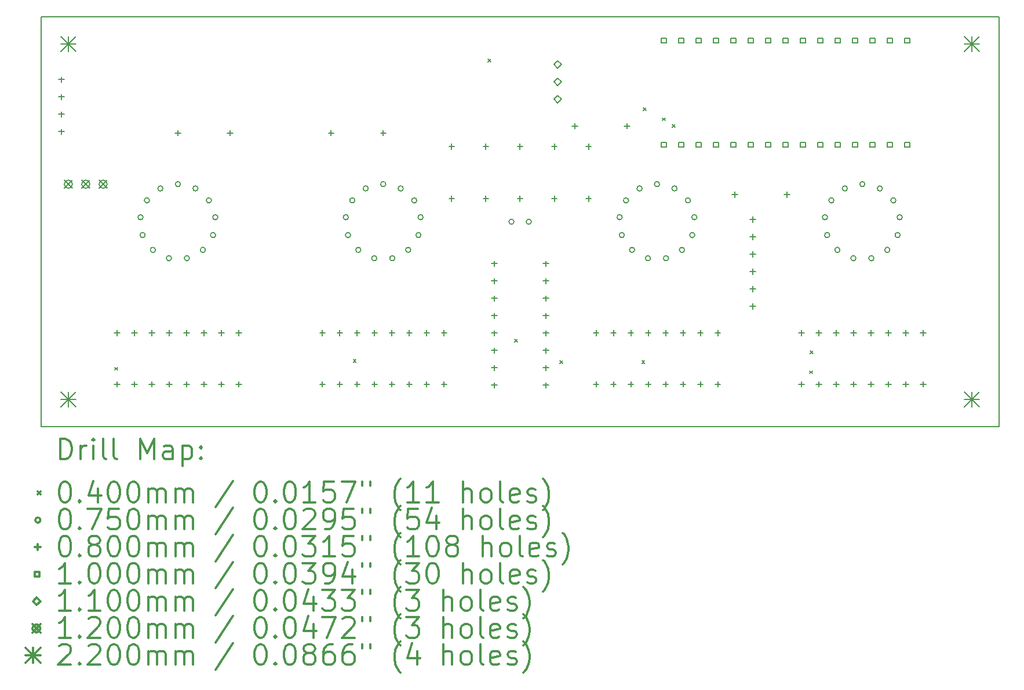
<source format=gbr>
%FSLAX45Y45*%
G04 Gerber Fmt 4.5, Leading zero omitted, Abs format (unit mm)*
G04 Created by KiCad (PCBNEW (5.1.12)-1) date 2022-01-06 14:59:42*
%MOMM*%
%LPD*%
G01*
G04 APERTURE LIST*
%TA.AperFunction,Profile*%
%ADD10C,0.150000*%
%TD*%
%ADD11C,0.200000*%
%ADD12C,0.300000*%
G04 APERTURE END LIST*
D10*
X9600000Y-13150000D02*
X9600000Y-7150000D01*
X9600000Y-7150000D02*
X23600000Y-7150000D01*
X23600000Y-13150000D02*
X23600000Y-7150000D01*
X9600000Y-13150000D02*
X23600000Y-13150000D01*
D11*
X10680000Y-12280000D02*
X10720000Y-12320000D01*
X10720000Y-12280000D02*
X10680000Y-12320000D01*
X14163907Y-12163907D02*
X14203907Y-12203907D01*
X14203907Y-12163907D02*
X14163907Y-12203907D01*
X16130000Y-7768501D02*
X16170000Y-7808501D01*
X16170000Y-7768501D02*
X16130000Y-7808501D01*
X16519501Y-11869501D02*
X16559501Y-11909501D01*
X16559501Y-11869501D02*
X16519501Y-11909501D01*
X17180000Y-12180000D02*
X17220000Y-12220000D01*
X17220000Y-12180000D02*
X17180000Y-12220000D01*
X18380000Y-12180000D02*
X18420000Y-12220000D01*
X18420000Y-12180000D02*
X18380000Y-12220000D01*
X18400000Y-8480000D02*
X18440000Y-8520000D01*
X18440000Y-8480000D02*
X18400000Y-8520000D01*
X18680000Y-8630000D02*
X18720000Y-8670000D01*
X18720000Y-8630000D02*
X18680000Y-8670000D01*
X18825843Y-8725843D02*
X18865843Y-8765843D01*
X18865843Y-8725843D02*
X18825843Y-8765843D01*
X20830000Y-12330000D02*
X20870000Y-12370000D01*
X20870000Y-12330000D02*
X20830000Y-12370000D01*
X20841370Y-12041370D02*
X20881370Y-12081370D01*
X20881370Y-12041370D02*
X20841370Y-12081370D01*
X11091510Y-10083705D02*
G75*
G03*
X11091510Y-10083705I-37500J0D01*
G01*
X11123241Y-10345033D02*
G75*
G03*
X11123241Y-10345033I-37500J0D01*
G01*
X11184889Y-9837564D02*
G75*
G03*
X11184889Y-9837564I-37500J0D01*
G01*
X11272782Y-10561681D02*
G75*
G03*
X11272782Y-10561681I-37500J0D01*
G01*
X11381902Y-9662999D02*
G75*
G03*
X11381902Y-9662999I-37500J0D01*
G01*
X11505876Y-10684018D02*
G75*
G03*
X11505876Y-10684018I-37500J0D01*
G01*
X11637500Y-9600000D02*
G75*
G03*
X11637500Y-9600000I-37500J0D01*
G01*
X11769124Y-10684018D02*
G75*
G03*
X11769124Y-10684018I-37500J0D01*
G01*
X11893098Y-9662999D02*
G75*
G03*
X11893098Y-9662999I-37500J0D01*
G01*
X12002217Y-10561681D02*
G75*
G03*
X12002217Y-10561681I-37500J0D01*
G01*
X12090141Y-9837564D02*
G75*
G03*
X12090141Y-9837564I-37500J0D01*
G01*
X12151759Y-10345033D02*
G75*
G03*
X12151759Y-10345033I-37500J0D01*
G01*
X12183490Y-10083705D02*
G75*
G03*
X12183490Y-10083705I-37500J0D01*
G01*
X14091510Y-10083705D02*
G75*
G03*
X14091510Y-10083705I-37500J0D01*
G01*
X14123241Y-10345033D02*
G75*
G03*
X14123241Y-10345033I-37500J0D01*
G01*
X14184889Y-9837564D02*
G75*
G03*
X14184889Y-9837564I-37500J0D01*
G01*
X14272782Y-10561681D02*
G75*
G03*
X14272782Y-10561681I-37500J0D01*
G01*
X14381902Y-9662999D02*
G75*
G03*
X14381902Y-9662999I-37500J0D01*
G01*
X14505876Y-10684018D02*
G75*
G03*
X14505876Y-10684018I-37500J0D01*
G01*
X14637500Y-9600000D02*
G75*
G03*
X14637500Y-9600000I-37500J0D01*
G01*
X14769124Y-10684018D02*
G75*
G03*
X14769124Y-10684018I-37500J0D01*
G01*
X14893098Y-9662999D02*
G75*
G03*
X14893098Y-9662999I-37500J0D01*
G01*
X15002217Y-10561681D02*
G75*
G03*
X15002217Y-10561681I-37500J0D01*
G01*
X15090141Y-9837564D02*
G75*
G03*
X15090141Y-9837564I-37500J0D01*
G01*
X15151759Y-10345033D02*
G75*
G03*
X15151759Y-10345033I-37500J0D01*
G01*
X15183490Y-10083705D02*
G75*
G03*
X15183490Y-10083705I-37500J0D01*
G01*
X16510500Y-10150000D02*
G75*
G03*
X16510500Y-10150000I-37500J0D01*
G01*
X16764500Y-10150000D02*
G75*
G03*
X16764500Y-10150000I-37500J0D01*
G01*
X18091510Y-10083705D02*
G75*
G03*
X18091510Y-10083705I-37500J0D01*
G01*
X18123241Y-10345033D02*
G75*
G03*
X18123241Y-10345033I-37500J0D01*
G01*
X18184889Y-9837564D02*
G75*
G03*
X18184889Y-9837564I-37500J0D01*
G01*
X18272783Y-10561681D02*
G75*
G03*
X18272783Y-10561681I-37500J0D01*
G01*
X18381902Y-9662999D02*
G75*
G03*
X18381902Y-9662999I-37500J0D01*
G01*
X18505876Y-10684018D02*
G75*
G03*
X18505876Y-10684018I-37500J0D01*
G01*
X18637500Y-9600000D02*
G75*
G03*
X18637500Y-9600000I-37500J0D01*
G01*
X18769124Y-10684018D02*
G75*
G03*
X18769124Y-10684018I-37500J0D01*
G01*
X18893098Y-9662999D02*
G75*
G03*
X18893098Y-9662999I-37500J0D01*
G01*
X19002218Y-10561681D02*
G75*
G03*
X19002218Y-10561681I-37500J0D01*
G01*
X19090141Y-9837564D02*
G75*
G03*
X19090141Y-9837564I-37500J0D01*
G01*
X19151759Y-10345033D02*
G75*
G03*
X19151759Y-10345033I-37500J0D01*
G01*
X19183490Y-10083705D02*
G75*
G03*
X19183490Y-10083705I-37500J0D01*
G01*
X21091510Y-10083705D02*
G75*
G03*
X21091510Y-10083705I-37500J0D01*
G01*
X21123241Y-10345033D02*
G75*
G03*
X21123241Y-10345033I-37500J0D01*
G01*
X21184889Y-9837564D02*
G75*
G03*
X21184889Y-9837564I-37500J0D01*
G01*
X21272783Y-10561681D02*
G75*
G03*
X21272783Y-10561681I-37500J0D01*
G01*
X21381902Y-9662999D02*
G75*
G03*
X21381902Y-9662999I-37500J0D01*
G01*
X21505876Y-10684018D02*
G75*
G03*
X21505876Y-10684018I-37500J0D01*
G01*
X21637500Y-9600000D02*
G75*
G03*
X21637500Y-9600000I-37500J0D01*
G01*
X21769124Y-10684018D02*
G75*
G03*
X21769124Y-10684018I-37500J0D01*
G01*
X21893098Y-9662999D02*
G75*
G03*
X21893098Y-9662999I-37500J0D01*
G01*
X22002218Y-10561681D02*
G75*
G03*
X22002218Y-10561681I-37500J0D01*
G01*
X22090141Y-9837564D02*
G75*
G03*
X22090141Y-9837564I-37500J0D01*
G01*
X22151759Y-10345033D02*
G75*
G03*
X22151759Y-10345033I-37500J0D01*
G01*
X22183490Y-10083705D02*
G75*
G03*
X22183490Y-10083705I-37500J0D01*
G01*
X9900000Y-8029000D02*
X9900000Y-8109000D01*
X9860000Y-8069000D02*
X9940000Y-8069000D01*
X9900000Y-8283000D02*
X9900000Y-8363000D01*
X9860000Y-8323000D02*
X9940000Y-8323000D01*
X9900000Y-8537000D02*
X9900000Y-8617000D01*
X9860000Y-8577000D02*
X9940000Y-8577000D01*
X9900000Y-8791000D02*
X9900000Y-8871000D01*
X9860000Y-8831000D02*
X9940000Y-8831000D01*
X10711000Y-11734000D02*
X10711000Y-11814000D01*
X10671000Y-11774000D02*
X10751000Y-11774000D01*
X10711000Y-12486000D02*
X10711000Y-12566000D01*
X10671000Y-12526000D02*
X10751000Y-12526000D01*
X10965000Y-11734000D02*
X10965000Y-11814000D01*
X10925000Y-11774000D02*
X11005000Y-11774000D01*
X10965000Y-12486000D02*
X10965000Y-12566000D01*
X10925000Y-12526000D02*
X11005000Y-12526000D01*
X11219000Y-11734000D02*
X11219000Y-11814000D01*
X11179000Y-11774000D02*
X11259000Y-11774000D01*
X11219000Y-12486000D02*
X11219000Y-12566000D01*
X11179000Y-12526000D02*
X11259000Y-12526000D01*
X11473000Y-11734000D02*
X11473000Y-11814000D01*
X11433000Y-11774000D02*
X11513000Y-11774000D01*
X11473000Y-12486000D02*
X11473000Y-12566000D01*
X11433000Y-12526000D02*
X11513000Y-12526000D01*
X11600000Y-8810000D02*
X11600000Y-8890000D01*
X11560000Y-8850000D02*
X11640000Y-8850000D01*
X11727000Y-11734000D02*
X11727000Y-11814000D01*
X11687000Y-11774000D02*
X11767000Y-11774000D01*
X11727000Y-12486000D02*
X11727000Y-12566000D01*
X11687000Y-12526000D02*
X11767000Y-12526000D01*
X11981000Y-11734000D02*
X11981000Y-11814000D01*
X11941000Y-11774000D02*
X12021000Y-11774000D01*
X11981000Y-12486000D02*
X11981000Y-12566000D01*
X11941000Y-12526000D02*
X12021000Y-12526000D01*
X12235000Y-11734000D02*
X12235000Y-11814000D01*
X12195000Y-11774000D02*
X12275000Y-11774000D01*
X12235000Y-12486000D02*
X12235000Y-12566000D01*
X12195000Y-12526000D02*
X12275000Y-12526000D01*
X12362000Y-8810000D02*
X12362000Y-8890000D01*
X12322000Y-8850000D02*
X12402000Y-8850000D01*
X12489000Y-11734000D02*
X12489000Y-11814000D01*
X12449000Y-11774000D02*
X12529000Y-11774000D01*
X12489000Y-12486000D02*
X12489000Y-12566000D01*
X12449000Y-12526000D02*
X12529000Y-12526000D01*
X13711000Y-11734000D02*
X13711000Y-11814000D01*
X13671000Y-11774000D02*
X13751000Y-11774000D01*
X13711000Y-12486000D02*
X13711000Y-12566000D01*
X13671000Y-12526000D02*
X13751000Y-12526000D01*
X13838000Y-8810000D02*
X13838000Y-8890000D01*
X13798000Y-8850000D02*
X13878000Y-8850000D01*
X13965000Y-11734000D02*
X13965000Y-11814000D01*
X13925000Y-11774000D02*
X14005000Y-11774000D01*
X13965000Y-12486000D02*
X13965000Y-12566000D01*
X13925000Y-12526000D02*
X14005000Y-12526000D01*
X14219000Y-11734000D02*
X14219000Y-11814000D01*
X14179000Y-11774000D02*
X14259000Y-11774000D01*
X14219000Y-12486000D02*
X14219000Y-12566000D01*
X14179000Y-12526000D02*
X14259000Y-12526000D01*
X14473000Y-11734000D02*
X14473000Y-11814000D01*
X14433000Y-11774000D02*
X14513000Y-11774000D01*
X14473000Y-12486000D02*
X14473000Y-12566000D01*
X14433000Y-12526000D02*
X14513000Y-12526000D01*
X14600000Y-8810000D02*
X14600000Y-8890000D01*
X14560000Y-8850000D02*
X14640000Y-8850000D01*
X14727000Y-11734000D02*
X14727000Y-11814000D01*
X14687000Y-11774000D02*
X14767000Y-11774000D01*
X14727000Y-12486000D02*
X14727000Y-12566000D01*
X14687000Y-12526000D02*
X14767000Y-12526000D01*
X14981000Y-11734000D02*
X14981000Y-11814000D01*
X14941000Y-11774000D02*
X15021000Y-11774000D01*
X14981000Y-12486000D02*
X14981000Y-12566000D01*
X14941000Y-12526000D02*
X15021000Y-12526000D01*
X15235000Y-11734000D02*
X15235000Y-11814000D01*
X15195000Y-11774000D02*
X15275000Y-11774000D01*
X15235000Y-12486000D02*
X15235000Y-12566000D01*
X15195000Y-12526000D02*
X15275000Y-12526000D01*
X15489000Y-11734000D02*
X15489000Y-11814000D01*
X15449000Y-11774000D02*
X15529000Y-11774000D01*
X15489000Y-12486000D02*
X15489000Y-12566000D01*
X15449000Y-12526000D02*
X15529000Y-12526000D01*
X15600000Y-9010000D02*
X15600000Y-9090000D01*
X15560000Y-9050000D02*
X15640000Y-9050000D01*
X15600000Y-9772000D02*
X15600000Y-9852000D01*
X15560000Y-9812000D02*
X15640000Y-9812000D01*
X16100000Y-9010000D02*
X16100000Y-9090000D01*
X16060000Y-9050000D02*
X16140000Y-9050000D01*
X16100000Y-9772000D02*
X16100000Y-9852000D01*
X16060000Y-9812000D02*
X16140000Y-9812000D01*
X16224000Y-10721000D02*
X16224000Y-10801000D01*
X16184000Y-10761000D02*
X16264000Y-10761000D01*
X16224000Y-10975000D02*
X16224000Y-11055000D01*
X16184000Y-11015000D02*
X16264000Y-11015000D01*
X16224000Y-11229000D02*
X16224000Y-11309000D01*
X16184000Y-11269000D02*
X16264000Y-11269000D01*
X16224000Y-11483000D02*
X16224000Y-11563000D01*
X16184000Y-11523000D02*
X16264000Y-11523000D01*
X16224000Y-11737000D02*
X16224000Y-11817000D01*
X16184000Y-11777000D02*
X16264000Y-11777000D01*
X16224000Y-11991000D02*
X16224000Y-12071000D01*
X16184000Y-12031000D02*
X16264000Y-12031000D01*
X16224000Y-12245000D02*
X16224000Y-12325000D01*
X16184000Y-12285000D02*
X16264000Y-12285000D01*
X16224000Y-12499000D02*
X16224000Y-12579000D01*
X16184000Y-12539000D02*
X16264000Y-12539000D01*
X16600000Y-9010000D02*
X16600000Y-9090000D01*
X16560000Y-9050000D02*
X16640000Y-9050000D01*
X16600000Y-9772000D02*
X16600000Y-9852000D01*
X16560000Y-9812000D02*
X16640000Y-9812000D01*
X16976000Y-10721000D02*
X16976000Y-10801000D01*
X16936000Y-10761000D02*
X17016000Y-10761000D01*
X16976000Y-10975000D02*
X16976000Y-11055000D01*
X16936000Y-11015000D02*
X17016000Y-11015000D01*
X16976000Y-11229000D02*
X16976000Y-11309000D01*
X16936000Y-11269000D02*
X17016000Y-11269000D01*
X16976000Y-11483000D02*
X16976000Y-11563000D01*
X16936000Y-11523000D02*
X17016000Y-11523000D01*
X16976000Y-11737000D02*
X16976000Y-11817000D01*
X16936000Y-11777000D02*
X17016000Y-11777000D01*
X16976000Y-11991000D02*
X16976000Y-12071000D01*
X16936000Y-12031000D02*
X17016000Y-12031000D01*
X16976000Y-12245000D02*
X16976000Y-12325000D01*
X16936000Y-12285000D02*
X17016000Y-12285000D01*
X16976000Y-12499000D02*
X16976000Y-12579000D01*
X16936000Y-12539000D02*
X17016000Y-12539000D01*
X17100000Y-9010000D02*
X17100000Y-9090000D01*
X17060000Y-9050000D02*
X17140000Y-9050000D01*
X17100000Y-9772000D02*
X17100000Y-9852000D01*
X17060000Y-9812000D02*
X17140000Y-9812000D01*
X17400000Y-8710000D02*
X17400000Y-8790000D01*
X17360000Y-8750000D02*
X17440000Y-8750000D01*
X17600000Y-9010000D02*
X17600000Y-9090000D01*
X17560000Y-9050000D02*
X17640000Y-9050000D01*
X17600000Y-9772000D02*
X17600000Y-9852000D01*
X17560000Y-9812000D02*
X17640000Y-9812000D01*
X17711000Y-11734000D02*
X17711000Y-11814000D01*
X17671000Y-11774000D02*
X17751000Y-11774000D01*
X17711000Y-12486000D02*
X17711000Y-12566000D01*
X17671000Y-12526000D02*
X17751000Y-12526000D01*
X17965000Y-11734000D02*
X17965000Y-11814000D01*
X17925000Y-11774000D02*
X18005000Y-11774000D01*
X17965000Y-12486000D02*
X17965000Y-12566000D01*
X17925000Y-12526000D02*
X18005000Y-12526000D01*
X18162000Y-8710000D02*
X18162000Y-8790000D01*
X18122000Y-8750000D02*
X18202000Y-8750000D01*
X18219000Y-11734000D02*
X18219000Y-11814000D01*
X18179000Y-11774000D02*
X18259000Y-11774000D01*
X18219000Y-12486000D02*
X18219000Y-12566000D01*
X18179000Y-12526000D02*
X18259000Y-12526000D01*
X18473000Y-11734000D02*
X18473000Y-11814000D01*
X18433000Y-11774000D02*
X18513000Y-11774000D01*
X18473000Y-12486000D02*
X18473000Y-12566000D01*
X18433000Y-12526000D02*
X18513000Y-12526000D01*
X18727000Y-11734000D02*
X18727000Y-11814000D01*
X18687000Y-11774000D02*
X18767000Y-11774000D01*
X18727000Y-12486000D02*
X18727000Y-12566000D01*
X18687000Y-12526000D02*
X18767000Y-12526000D01*
X18981000Y-11734000D02*
X18981000Y-11814000D01*
X18941000Y-11774000D02*
X19021000Y-11774000D01*
X18981000Y-12486000D02*
X18981000Y-12566000D01*
X18941000Y-12526000D02*
X19021000Y-12526000D01*
X19235000Y-11734000D02*
X19235000Y-11814000D01*
X19195000Y-11774000D02*
X19275000Y-11774000D01*
X19235000Y-12486000D02*
X19235000Y-12566000D01*
X19195000Y-12526000D02*
X19275000Y-12526000D01*
X19489000Y-11734000D02*
X19489000Y-11814000D01*
X19449000Y-11774000D02*
X19529000Y-11774000D01*
X19489000Y-12486000D02*
X19489000Y-12566000D01*
X19449000Y-12526000D02*
X19529000Y-12526000D01*
X19738000Y-9710000D02*
X19738000Y-9790000D01*
X19698000Y-9750000D02*
X19778000Y-9750000D01*
X20000000Y-10075000D02*
X20000000Y-10155000D01*
X19960000Y-10115000D02*
X20040000Y-10115000D01*
X20000000Y-10329000D02*
X20000000Y-10409000D01*
X19960000Y-10369000D02*
X20040000Y-10369000D01*
X20000000Y-10583000D02*
X20000000Y-10663000D01*
X19960000Y-10623000D02*
X20040000Y-10623000D01*
X20000000Y-10837000D02*
X20000000Y-10917000D01*
X19960000Y-10877000D02*
X20040000Y-10877000D01*
X20000000Y-11091000D02*
X20000000Y-11171000D01*
X19960000Y-11131000D02*
X20040000Y-11131000D01*
X20000000Y-11345000D02*
X20000000Y-11425000D01*
X19960000Y-11385000D02*
X20040000Y-11385000D01*
X20500000Y-9710000D02*
X20500000Y-9790000D01*
X20460000Y-9750000D02*
X20540000Y-9750000D01*
X20711000Y-11734000D02*
X20711000Y-11814000D01*
X20671000Y-11774000D02*
X20751000Y-11774000D01*
X20711000Y-12486000D02*
X20711000Y-12566000D01*
X20671000Y-12526000D02*
X20751000Y-12526000D01*
X20965000Y-11734000D02*
X20965000Y-11814000D01*
X20925000Y-11774000D02*
X21005000Y-11774000D01*
X20965000Y-12486000D02*
X20965000Y-12566000D01*
X20925000Y-12526000D02*
X21005000Y-12526000D01*
X21219000Y-11734000D02*
X21219000Y-11814000D01*
X21179000Y-11774000D02*
X21259000Y-11774000D01*
X21219000Y-12486000D02*
X21219000Y-12566000D01*
X21179000Y-12526000D02*
X21259000Y-12526000D01*
X21473000Y-11734000D02*
X21473000Y-11814000D01*
X21433000Y-11774000D02*
X21513000Y-11774000D01*
X21473000Y-12486000D02*
X21473000Y-12566000D01*
X21433000Y-12526000D02*
X21513000Y-12526000D01*
X21727000Y-11734000D02*
X21727000Y-11814000D01*
X21687000Y-11774000D02*
X21767000Y-11774000D01*
X21727000Y-12486000D02*
X21727000Y-12566000D01*
X21687000Y-12526000D02*
X21767000Y-12526000D01*
X21981000Y-11734000D02*
X21981000Y-11814000D01*
X21941000Y-11774000D02*
X22021000Y-11774000D01*
X21981000Y-12486000D02*
X21981000Y-12566000D01*
X21941000Y-12526000D02*
X22021000Y-12526000D01*
X22235000Y-11734000D02*
X22235000Y-11814000D01*
X22195000Y-11774000D02*
X22275000Y-11774000D01*
X22235000Y-12486000D02*
X22235000Y-12566000D01*
X22195000Y-12526000D02*
X22275000Y-12526000D01*
X22489000Y-11734000D02*
X22489000Y-11814000D01*
X22449000Y-11774000D02*
X22529000Y-11774000D01*
X22489000Y-12486000D02*
X22489000Y-12566000D01*
X22449000Y-12526000D02*
X22529000Y-12526000D01*
X18735356Y-7533856D02*
X18735356Y-7463144D01*
X18664644Y-7463144D01*
X18664644Y-7533856D01*
X18735356Y-7533856D01*
X18735356Y-9057856D02*
X18735356Y-8987144D01*
X18664644Y-8987144D01*
X18664644Y-9057856D01*
X18735356Y-9057856D01*
X18989356Y-7533856D02*
X18989356Y-7463144D01*
X18918644Y-7463144D01*
X18918644Y-7533856D01*
X18989356Y-7533856D01*
X18989356Y-9057856D02*
X18989356Y-8987144D01*
X18918644Y-8987144D01*
X18918644Y-9057856D01*
X18989356Y-9057856D01*
X19243356Y-7533856D02*
X19243356Y-7463144D01*
X19172644Y-7463144D01*
X19172644Y-7533856D01*
X19243356Y-7533856D01*
X19243356Y-9057856D02*
X19243356Y-8987144D01*
X19172644Y-8987144D01*
X19172644Y-9057856D01*
X19243356Y-9057856D01*
X19497356Y-7533856D02*
X19497356Y-7463144D01*
X19426644Y-7463144D01*
X19426644Y-7533856D01*
X19497356Y-7533856D01*
X19497356Y-9057856D02*
X19497356Y-8987144D01*
X19426644Y-8987144D01*
X19426644Y-9057856D01*
X19497356Y-9057856D01*
X19751356Y-7533856D02*
X19751356Y-7463144D01*
X19680644Y-7463144D01*
X19680644Y-7533856D01*
X19751356Y-7533856D01*
X19751356Y-9057856D02*
X19751356Y-8987144D01*
X19680644Y-8987144D01*
X19680644Y-9057856D01*
X19751356Y-9057856D01*
X20005356Y-7533856D02*
X20005356Y-7463144D01*
X19934644Y-7463144D01*
X19934644Y-7533856D01*
X20005356Y-7533856D01*
X20005356Y-9057856D02*
X20005356Y-8987144D01*
X19934644Y-8987144D01*
X19934644Y-9057856D01*
X20005356Y-9057856D01*
X20259356Y-7533856D02*
X20259356Y-7463144D01*
X20188644Y-7463144D01*
X20188644Y-7533856D01*
X20259356Y-7533856D01*
X20259356Y-9057856D02*
X20259356Y-8987144D01*
X20188644Y-8987144D01*
X20188644Y-9057856D01*
X20259356Y-9057856D01*
X20513356Y-7533856D02*
X20513356Y-7463144D01*
X20442644Y-7463144D01*
X20442644Y-7533856D01*
X20513356Y-7533856D01*
X20513356Y-9057856D02*
X20513356Y-8987144D01*
X20442644Y-8987144D01*
X20442644Y-9057856D01*
X20513356Y-9057856D01*
X20767356Y-7533856D02*
X20767356Y-7463144D01*
X20696644Y-7463144D01*
X20696644Y-7533856D01*
X20767356Y-7533856D01*
X20767356Y-9057856D02*
X20767356Y-8987144D01*
X20696644Y-8987144D01*
X20696644Y-9057856D01*
X20767356Y-9057856D01*
X21021356Y-7533856D02*
X21021356Y-7463144D01*
X20950644Y-7463144D01*
X20950644Y-7533856D01*
X21021356Y-7533856D01*
X21021356Y-9057856D02*
X21021356Y-8987144D01*
X20950644Y-8987144D01*
X20950644Y-9057856D01*
X21021356Y-9057856D01*
X21275356Y-7533856D02*
X21275356Y-7463144D01*
X21204644Y-7463144D01*
X21204644Y-7533856D01*
X21275356Y-7533856D01*
X21275356Y-9057856D02*
X21275356Y-8987144D01*
X21204644Y-8987144D01*
X21204644Y-9057856D01*
X21275356Y-9057856D01*
X21529356Y-7533856D02*
X21529356Y-7463144D01*
X21458644Y-7463144D01*
X21458644Y-7533856D01*
X21529356Y-7533856D01*
X21529356Y-9057856D02*
X21529356Y-8987144D01*
X21458644Y-8987144D01*
X21458644Y-9057856D01*
X21529356Y-9057856D01*
X21783356Y-7533856D02*
X21783356Y-7463144D01*
X21712644Y-7463144D01*
X21712644Y-7533856D01*
X21783356Y-7533856D01*
X21783356Y-9057856D02*
X21783356Y-8987144D01*
X21712644Y-8987144D01*
X21712644Y-9057856D01*
X21783356Y-9057856D01*
X22037356Y-7533856D02*
X22037356Y-7463144D01*
X21966644Y-7463144D01*
X21966644Y-7533856D01*
X22037356Y-7533856D01*
X22037356Y-9057856D02*
X22037356Y-8987144D01*
X21966644Y-8987144D01*
X21966644Y-9057856D01*
X22037356Y-9057856D01*
X22291356Y-7533856D02*
X22291356Y-7463144D01*
X22220644Y-7463144D01*
X22220644Y-7533856D01*
X22291356Y-7533856D01*
X22291356Y-9057856D02*
X22291356Y-8987144D01*
X22220644Y-8987144D01*
X22220644Y-9057856D01*
X22291356Y-9057856D01*
X17150000Y-7905000D02*
X17205000Y-7850000D01*
X17150000Y-7795000D01*
X17095000Y-7850000D01*
X17150000Y-7905000D01*
X17150000Y-8159000D02*
X17205000Y-8104000D01*
X17150000Y-8049000D01*
X17095000Y-8104000D01*
X17150000Y-8159000D01*
X17150000Y-8413000D02*
X17205000Y-8358000D01*
X17150000Y-8303000D01*
X17095000Y-8358000D01*
X17150000Y-8413000D01*
X9940000Y-9540000D02*
X10060000Y-9660000D01*
X10060000Y-9540000D02*
X9940000Y-9660000D01*
X10060000Y-9600000D02*
G75*
G03*
X10060000Y-9600000I-60000J0D01*
G01*
X10194000Y-9540000D02*
X10314000Y-9660000D01*
X10314000Y-9540000D02*
X10194000Y-9660000D01*
X10314000Y-9600000D02*
G75*
G03*
X10314000Y-9600000I-60000J0D01*
G01*
X10448000Y-9540000D02*
X10568000Y-9660000D01*
X10568000Y-9540000D02*
X10448000Y-9660000D01*
X10568000Y-9600000D02*
G75*
G03*
X10568000Y-9600000I-60000J0D01*
G01*
X9890000Y-7440000D02*
X10110000Y-7660000D01*
X10110000Y-7440000D02*
X9890000Y-7660000D01*
X10000000Y-7440000D02*
X10000000Y-7660000D01*
X9890000Y-7550000D02*
X10110000Y-7550000D01*
X9890000Y-12640000D02*
X10110000Y-12860000D01*
X10110000Y-12640000D02*
X9890000Y-12860000D01*
X10000000Y-12640000D02*
X10000000Y-12860000D01*
X9890000Y-12750000D02*
X10110000Y-12750000D01*
X23090000Y-7440000D02*
X23310000Y-7660000D01*
X23310000Y-7440000D02*
X23090000Y-7660000D01*
X23200000Y-7440000D02*
X23200000Y-7660000D01*
X23090000Y-7550000D02*
X23310000Y-7550000D01*
X23090000Y-12640000D02*
X23310000Y-12860000D01*
X23310000Y-12640000D02*
X23090000Y-12860000D01*
X23200000Y-12640000D02*
X23200000Y-12860000D01*
X23090000Y-12750000D02*
X23310000Y-12750000D01*
D12*
X9878928Y-13623214D02*
X9878928Y-13323214D01*
X9950357Y-13323214D01*
X9993214Y-13337500D01*
X10021786Y-13366071D01*
X10036071Y-13394643D01*
X10050357Y-13451786D01*
X10050357Y-13494643D01*
X10036071Y-13551786D01*
X10021786Y-13580357D01*
X9993214Y-13608929D01*
X9950357Y-13623214D01*
X9878928Y-13623214D01*
X10178928Y-13623214D02*
X10178928Y-13423214D01*
X10178928Y-13480357D02*
X10193214Y-13451786D01*
X10207500Y-13437500D01*
X10236071Y-13423214D01*
X10264643Y-13423214D01*
X10364643Y-13623214D02*
X10364643Y-13423214D01*
X10364643Y-13323214D02*
X10350357Y-13337500D01*
X10364643Y-13351786D01*
X10378928Y-13337500D01*
X10364643Y-13323214D01*
X10364643Y-13351786D01*
X10550357Y-13623214D02*
X10521786Y-13608929D01*
X10507500Y-13580357D01*
X10507500Y-13323214D01*
X10707500Y-13623214D02*
X10678928Y-13608929D01*
X10664643Y-13580357D01*
X10664643Y-13323214D01*
X11050357Y-13623214D02*
X11050357Y-13323214D01*
X11150357Y-13537500D01*
X11250357Y-13323214D01*
X11250357Y-13623214D01*
X11521786Y-13623214D02*
X11521786Y-13466071D01*
X11507500Y-13437500D01*
X11478928Y-13423214D01*
X11421786Y-13423214D01*
X11393214Y-13437500D01*
X11521786Y-13608929D02*
X11493214Y-13623214D01*
X11421786Y-13623214D01*
X11393214Y-13608929D01*
X11378928Y-13580357D01*
X11378928Y-13551786D01*
X11393214Y-13523214D01*
X11421786Y-13508929D01*
X11493214Y-13508929D01*
X11521786Y-13494643D01*
X11664643Y-13423214D02*
X11664643Y-13723214D01*
X11664643Y-13437500D02*
X11693214Y-13423214D01*
X11750357Y-13423214D01*
X11778928Y-13437500D01*
X11793214Y-13451786D01*
X11807500Y-13480357D01*
X11807500Y-13566071D01*
X11793214Y-13594643D01*
X11778928Y-13608929D01*
X11750357Y-13623214D01*
X11693214Y-13623214D01*
X11664643Y-13608929D01*
X11936071Y-13594643D02*
X11950357Y-13608929D01*
X11936071Y-13623214D01*
X11921786Y-13608929D01*
X11936071Y-13594643D01*
X11936071Y-13623214D01*
X11936071Y-13437500D02*
X11950357Y-13451786D01*
X11936071Y-13466071D01*
X11921786Y-13451786D01*
X11936071Y-13437500D01*
X11936071Y-13466071D01*
X9552500Y-14097500D02*
X9592500Y-14137500D01*
X9592500Y-14097500D02*
X9552500Y-14137500D01*
X9936071Y-13953214D02*
X9964643Y-13953214D01*
X9993214Y-13967500D01*
X10007500Y-13981786D01*
X10021786Y-14010357D01*
X10036071Y-14067500D01*
X10036071Y-14138929D01*
X10021786Y-14196071D01*
X10007500Y-14224643D01*
X9993214Y-14238929D01*
X9964643Y-14253214D01*
X9936071Y-14253214D01*
X9907500Y-14238929D01*
X9893214Y-14224643D01*
X9878928Y-14196071D01*
X9864643Y-14138929D01*
X9864643Y-14067500D01*
X9878928Y-14010357D01*
X9893214Y-13981786D01*
X9907500Y-13967500D01*
X9936071Y-13953214D01*
X10164643Y-14224643D02*
X10178928Y-14238929D01*
X10164643Y-14253214D01*
X10150357Y-14238929D01*
X10164643Y-14224643D01*
X10164643Y-14253214D01*
X10436071Y-14053214D02*
X10436071Y-14253214D01*
X10364643Y-13938929D02*
X10293214Y-14153214D01*
X10478928Y-14153214D01*
X10650357Y-13953214D02*
X10678928Y-13953214D01*
X10707500Y-13967500D01*
X10721786Y-13981786D01*
X10736071Y-14010357D01*
X10750357Y-14067500D01*
X10750357Y-14138929D01*
X10736071Y-14196071D01*
X10721786Y-14224643D01*
X10707500Y-14238929D01*
X10678928Y-14253214D01*
X10650357Y-14253214D01*
X10621786Y-14238929D01*
X10607500Y-14224643D01*
X10593214Y-14196071D01*
X10578928Y-14138929D01*
X10578928Y-14067500D01*
X10593214Y-14010357D01*
X10607500Y-13981786D01*
X10621786Y-13967500D01*
X10650357Y-13953214D01*
X10936071Y-13953214D02*
X10964643Y-13953214D01*
X10993214Y-13967500D01*
X11007500Y-13981786D01*
X11021786Y-14010357D01*
X11036071Y-14067500D01*
X11036071Y-14138929D01*
X11021786Y-14196071D01*
X11007500Y-14224643D01*
X10993214Y-14238929D01*
X10964643Y-14253214D01*
X10936071Y-14253214D01*
X10907500Y-14238929D01*
X10893214Y-14224643D01*
X10878928Y-14196071D01*
X10864643Y-14138929D01*
X10864643Y-14067500D01*
X10878928Y-14010357D01*
X10893214Y-13981786D01*
X10907500Y-13967500D01*
X10936071Y-13953214D01*
X11164643Y-14253214D02*
X11164643Y-14053214D01*
X11164643Y-14081786D02*
X11178928Y-14067500D01*
X11207500Y-14053214D01*
X11250357Y-14053214D01*
X11278928Y-14067500D01*
X11293214Y-14096071D01*
X11293214Y-14253214D01*
X11293214Y-14096071D02*
X11307500Y-14067500D01*
X11336071Y-14053214D01*
X11378928Y-14053214D01*
X11407500Y-14067500D01*
X11421786Y-14096071D01*
X11421786Y-14253214D01*
X11564643Y-14253214D02*
X11564643Y-14053214D01*
X11564643Y-14081786D02*
X11578928Y-14067500D01*
X11607500Y-14053214D01*
X11650357Y-14053214D01*
X11678928Y-14067500D01*
X11693214Y-14096071D01*
X11693214Y-14253214D01*
X11693214Y-14096071D02*
X11707500Y-14067500D01*
X11736071Y-14053214D01*
X11778928Y-14053214D01*
X11807500Y-14067500D01*
X11821786Y-14096071D01*
X11821786Y-14253214D01*
X12407500Y-13938929D02*
X12150357Y-14324643D01*
X12793214Y-13953214D02*
X12821786Y-13953214D01*
X12850357Y-13967500D01*
X12864643Y-13981786D01*
X12878928Y-14010357D01*
X12893214Y-14067500D01*
X12893214Y-14138929D01*
X12878928Y-14196071D01*
X12864643Y-14224643D01*
X12850357Y-14238929D01*
X12821786Y-14253214D01*
X12793214Y-14253214D01*
X12764643Y-14238929D01*
X12750357Y-14224643D01*
X12736071Y-14196071D01*
X12721786Y-14138929D01*
X12721786Y-14067500D01*
X12736071Y-14010357D01*
X12750357Y-13981786D01*
X12764643Y-13967500D01*
X12793214Y-13953214D01*
X13021786Y-14224643D02*
X13036071Y-14238929D01*
X13021786Y-14253214D01*
X13007500Y-14238929D01*
X13021786Y-14224643D01*
X13021786Y-14253214D01*
X13221786Y-13953214D02*
X13250357Y-13953214D01*
X13278928Y-13967500D01*
X13293214Y-13981786D01*
X13307500Y-14010357D01*
X13321786Y-14067500D01*
X13321786Y-14138929D01*
X13307500Y-14196071D01*
X13293214Y-14224643D01*
X13278928Y-14238929D01*
X13250357Y-14253214D01*
X13221786Y-14253214D01*
X13193214Y-14238929D01*
X13178928Y-14224643D01*
X13164643Y-14196071D01*
X13150357Y-14138929D01*
X13150357Y-14067500D01*
X13164643Y-14010357D01*
X13178928Y-13981786D01*
X13193214Y-13967500D01*
X13221786Y-13953214D01*
X13607500Y-14253214D02*
X13436071Y-14253214D01*
X13521786Y-14253214D02*
X13521786Y-13953214D01*
X13493214Y-13996071D01*
X13464643Y-14024643D01*
X13436071Y-14038929D01*
X13878928Y-13953214D02*
X13736071Y-13953214D01*
X13721786Y-14096071D01*
X13736071Y-14081786D01*
X13764643Y-14067500D01*
X13836071Y-14067500D01*
X13864643Y-14081786D01*
X13878928Y-14096071D01*
X13893214Y-14124643D01*
X13893214Y-14196071D01*
X13878928Y-14224643D01*
X13864643Y-14238929D01*
X13836071Y-14253214D01*
X13764643Y-14253214D01*
X13736071Y-14238929D01*
X13721786Y-14224643D01*
X13993214Y-13953214D02*
X14193214Y-13953214D01*
X14064643Y-14253214D01*
X14293214Y-13953214D02*
X14293214Y-14010357D01*
X14407500Y-13953214D02*
X14407500Y-14010357D01*
X14850357Y-14367500D02*
X14836071Y-14353214D01*
X14807500Y-14310357D01*
X14793214Y-14281786D01*
X14778928Y-14238929D01*
X14764643Y-14167500D01*
X14764643Y-14110357D01*
X14778928Y-14038929D01*
X14793214Y-13996071D01*
X14807500Y-13967500D01*
X14836071Y-13924643D01*
X14850357Y-13910357D01*
X15121786Y-14253214D02*
X14950357Y-14253214D01*
X15036071Y-14253214D02*
X15036071Y-13953214D01*
X15007500Y-13996071D01*
X14978928Y-14024643D01*
X14950357Y-14038929D01*
X15407500Y-14253214D02*
X15236071Y-14253214D01*
X15321786Y-14253214D02*
X15321786Y-13953214D01*
X15293214Y-13996071D01*
X15264643Y-14024643D01*
X15236071Y-14038929D01*
X15764643Y-14253214D02*
X15764643Y-13953214D01*
X15893214Y-14253214D02*
X15893214Y-14096071D01*
X15878928Y-14067500D01*
X15850357Y-14053214D01*
X15807500Y-14053214D01*
X15778928Y-14067500D01*
X15764643Y-14081786D01*
X16078928Y-14253214D02*
X16050357Y-14238929D01*
X16036071Y-14224643D01*
X16021786Y-14196071D01*
X16021786Y-14110357D01*
X16036071Y-14081786D01*
X16050357Y-14067500D01*
X16078928Y-14053214D01*
X16121786Y-14053214D01*
X16150357Y-14067500D01*
X16164643Y-14081786D01*
X16178928Y-14110357D01*
X16178928Y-14196071D01*
X16164643Y-14224643D01*
X16150357Y-14238929D01*
X16121786Y-14253214D01*
X16078928Y-14253214D01*
X16350357Y-14253214D02*
X16321786Y-14238929D01*
X16307500Y-14210357D01*
X16307500Y-13953214D01*
X16578928Y-14238929D02*
X16550357Y-14253214D01*
X16493214Y-14253214D01*
X16464643Y-14238929D01*
X16450357Y-14210357D01*
X16450357Y-14096071D01*
X16464643Y-14067500D01*
X16493214Y-14053214D01*
X16550357Y-14053214D01*
X16578928Y-14067500D01*
X16593214Y-14096071D01*
X16593214Y-14124643D01*
X16450357Y-14153214D01*
X16707500Y-14238929D02*
X16736071Y-14253214D01*
X16793214Y-14253214D01*
X16821786Y-14238929D01*
X16836071Y-14210357D01*
X16836071Y-14196071D01*
X16821786Y-14167500D01*
X16793214Y-14153214D01*
X16750357Y-14153214D01*
X16721786Y-14138929D01*
X16707500Y-14110357D01*
X16707500Y-14096071D01*
X16721786Y-14067500D01*
X16750357Y-14053214D01*
X16793214Y-14053214D01*
X16821786Y-14067500D01*
X16936071Y-14367500D02*
X16950357Y-14353214D01*
X16978928Y-14310357D01*
X16993214Y-14281786D01*
X17007500Y-14238929D01*
X17021786Y-14167500D01*
X17021786Y-14110357D01*
X17007500Y-14038929D01*
X16993214Y-13996071D01*
X16978928Y-13967500D01*
X16950357Y-13924643D01*
X16936071Y-13910357D01*
X9592500Y-14513500D02*
G75*
G03*
X9592500Y-14513500I-37500J0D01*
G01*
X9936071Y-14349214D02*
X9964643Y-14349214D01*
X9993214Y-14363500D01*
X10007500Y-14377786D01*
X10021786Y-14406357D01*
X10036071Y-14463500D01*
X10036071Y-14534929D01*
X10021786Y-14592071D01*
X10007500Y-14620643D01*
X9993214Y-14634929D01*
X9964643Y-14649214D01*
X9936071Y-14649214D01*
X9907500Y-14634929D01*
X9893214Y-14620643D01*
X9878928Y-14592071D01*
X9864643Y-14534929D01*
X9864643Y-14463500D01*
X9878928Y-14406357D01*
X9893214Y-14377786D01*
X9907500Y-14363500D01*
X9936071Y-14349214D01*
X10164643Y-14620643D02*
X10178928Y-14634929D01*
X10164643Y-14649214D01*
X10150357Y-14634929D01*
X10164643Y-14620643D01*
X10164643Y-14649214D01*
X10278928Y-14349214D02*
X10478928Y-14349214D01*
X10350357Y-14649214D01*
X10736071Y-14349214D02*
X10593214Y-14349214D01*
X10578928Y-14492071D01*
X10593214Y-14477786D01*
X10621786Y-14463500D01*
X10693214Y-14463500D01*
X10721786Y-14477786D01*
X10736071Y-14492071D01*
X10750357Y-14520643D01*
X10750357Y-14592071D01*
X10736071Y-14620643D01*
X10721786Y-14634929D01*
X10693214Y-14649214D01*
X10621786Y-14649214D01*
X10593214Y-14634929D01*
X10578928Y-14620643D01*
X10936071Y-14349214D02*
X10964643Y-14349214D01*
X10993214Y-14363500D01*
X11007500Y-14377786D01*
X11021786Y-14406357D01*
X11036071Y-14463500D01*
X11036071Y-14534929D01*
X11021786Y-14592071D01*
X11007500Y-14620643D01*
X10993214Y-14634929D01*
X10964643Y-14649214D01*
X10936071Y-14649214D01*
X10907500Y-14634929D01*
X10893214Y-14620643D01*
X10878928Y-14592071D01*
X10864643Y-14534929D01*
X10864643Y-14463500D01*
X10878928Y-14406357D01*
X10893214Y-14377786D01*
X10907500Y-14363500D01*
X10936071Y-14349214D01*
X11164643Y-14649214D02*
X11164643Y-14449214D01*
X11164643Y-14477786D02*
X11178928Y-14463500D01*
X11207500Y-14449214D01*
X11250357Y-14449214D01*
X11278928Y-14463500D01*
X11293214Y-14492071D01*
X11293214Y-14649214D01*
X11293214Y-14492071D02*
X11307500Y-14463500D01*
X11336071Y-14449214D01*
X11378928Y-14449214D01*
X11407500Y-14463500D01*
X11421786Y-14492071D01*
X11421786Y-14649214D01*
X11564643Y-14649214D02*
X11564643Y-14449214D01*
X11564643Y-14477786D02*
X11578928Y-14463500D01*
X11607500Y-14449214D01*
X11650357Y-14449214D01*
X11678928Y-14463500D01*
X11693214Y-14492071D01*
X11693214Y-14649214D01*
X11693214Y-14492071D02*
X11707500Y-14463500D01*
X11736071Y-14449214D01*
X11778928Y-14449214D01*
X11807500Y-14463500D01*
X11821786Y-14492071D01*
X11821786Y-14649214D01*
X12407500Y-14334929D02*
X12150357Y-14720643D01*
X12793214Y-14349214D02*
X12821786Y-14349214D01*
X12850357Y-14363500D01*
X12864643Y-14377786D01*
X12878928Y-14406357D01*
X12893214Y-14463500D01*
X12893214Y-14534929D01*
X12878928Y-14592071D01*
X12864643Y-14620643D01*
X12850357Y-14634929D01*
X12821786Y-14649214D01*
X12793214Y-14649214D01*
X12764643Y-14634929D01*
X12750357Y-14620643D01*
X12736071Y-14592071D01*
X12721786Y-14534929D01*
X12721786Y-14463500D01*
X12736071Y-14406357D01*
X12750357Y-14377786D01*
X12764643Y-14363500D01*
X12793214Y-14349214D01*
X13021786Y-14620643D02*
X13036071Y-14634929D01*
X13021786Y-14649214D01*
X13007500Y-14634929D01*
X13021786Y-14620643D01*
X13021786Y-14649214D01*
X13221786Y-14349214D02*
X13250357Y-14349214D01*
X13278928Y-14363500D01*
X13293214Y-14377786D01*
X13307500Y-14406357D01*
X13321786Y-14463500D01*
X13321786Y-14534929D01*
X13307500Y-14592071D01*
X13293214Y-14620643D01*
X13278928Y-14634929D01*
X13250357Y-14649214D01*
X13221786Y-14649214D01*
X13193214Y-14634929D01*
X13178928Y-14620643D01*
X13164643Y-14592071D01*
X13150357Y-14534929D01*
X13150357Y-14463500D01*
X13164643Y-14406357D01*
X13178928Y-14377786D01*
X13193214Y-14363500D01*
X13221786Y-14349214D01*
X13436071Y-14377786D02*
X13450357Y-14363500D01*
X13478928Y-14349214D01*
X13550357Y-14349214D01*
X13578928Y-14363500D01*
X13593214Y-14377786D01*
X13607500Y-14406357D01*
X13607500Y-14434929D01*
X13593214Y-14477786D01*
X13421786Y-14649214D01*
X13607500Y-14649214D01*
X13750357Y-14649214D02*
X13807500Y-14649214D01*
X13836071Y-14634929D01*
X13850357Y-14620643D01*
X13878928Y-14577786D01*
X13893214Y-14520643D01*
X13893214Y-14406357D01*
X13878928Y-14377786D01*
X13864643Y-14363500D01*
X13836071Y-14349214D01*
X13778928Y-14349214D01*
X13750357Y-14363500D01*
X13736071Y-14377786D01*
X13721786Y-14406357D01*
X13721786Y-14477786D01*
X13736071Y-14506357D01*
X13750357Y-14520643D01*
X13778928Y-14534929D01*
X13836071Y-14534929D01*
X13864643Y-14520643D01*
X13878928Y-14506357D01*
X13893214Y-14477786D01*
X14164643Y-14349214D02*
X14021786Y-14349214D01*
X14007500Y-14492071D01*
X14021786Y-14477786D01*
X14050357Y-14463500D01*
X14121786Y-14463500D01*
X14150357Y-14477786D01*
X14164643Y-14492071D01*
X14178928Y-14520643D01*
X14178928Y-14592071D01*
X14164643Y-14620643D01*
X14150357Y-14634929D01*
X14121786Y-14649214D01*
X14050357Y-14649214D01*
X14021786Y-14634929D01*
X14007500Y-14620643D01*
X14293214Y-14349214D02*
X14293214Y-14406357D01*
X14407500Y-14349214D02*
X14407500Y-14406357D01*
X14850357Y-14763500D02*
X14836071Y-14749214D01*
X14807500Y-14706357D01*
X14793214Y-14677786D01*
X14778928Y-14634929D01*
X14764643Y-14563500D01*
X14764643Y-14506357D01*
X14778928Y-14434929D01*
X14793214Y-14392071D01*
X14807500Y-14363500D01*
X14836071Y-14320643D01*
X14850357Y-14306357D01*
X15107500Y-14349214D02*
X14964643Y-14349214D01*
X14950357Y-14492071D01*
X14964643Y-14477786D01*
X14993214Y-14463500D01*
X15064643Y-14463500D01*
X15093214Y-14477786D01*
X15107500Y-14492071D01*
X15121786Y-14520643D01*
X15121786Y-14592071D01*
X15107500Y-14620643D01*
X15093214Y-14634929D01*
X15064643Y-14649214D01*
X14993214Y-14649214D01*
X14964643Y-14634929D01*
X14950357Y-14620643D01*
X15378928Y-14449214D02*
X15378928Y-14649214D01*
X15307500Y-14334929D02*
X15236071Y-14549214D01*
X15421786Y-14549214D01*
X15764643Y-14649214D02*
X15764643Y-14349214D01*
X15893214Y-14649214D02*
X15893214Y-14492071D01*
X15878928Y-14463500D01*
X15850357Y-14449214D01*
X15807500Y-14449214D01*
X15778928Y-14463500D01*
X15764643Y-14477786D01*
X16078928Y-14649214D02*
X16050357Y-14634929D01*
X16036071Y-14620643D01*
X16021786Y-14592071D01*
X16021786Y-14506357D01*
X16036071Y-14477786D01*
X16050357Y-14463500D01*
X16078928Y-14449214D01*
X16121786Y-14449214D01*
X16150357Y-14463500D01*
X16164643Y-14477786D01*
X16178928Y-14506357D01*
X16178928Y-14592071D01*
X16164643Y-14620643D01*
X16150357Y-14634929D01*
X16121786Y-14649214D01*
X16078928Y-14649214D01*
X16350357Y-14649214D02*
X16321786Y-14634929D01*
X16307500Y-14606357D01*
X16307500Y-14349214D01*
X16578928Y-14634929D02*
X16550357Y-14649214D01*
X16493214Y-14649214D01*
X16464643Y-14634929D01*
X16450357Y-14606357D01*
X16450357Y-14492071D01*
X16464643Y-14463500D01*
X16493214Y-14449214D01*
X16550357Y-14449214D01*
X16578928Y-14463500D01*
X16593214Y-14492071D01*
X16593214Y-14520643D01*
X16450357Y-14549214D01*
X16707500Y-14634929D02*
X16736071Y-14649214D01*
X16793214Y-14649214D01*
X16821786Y-14634929D01*
X16836071Y-14606357D01*
X16836071Y-14592071D01*
X16821786Y-14563500D01*
X16793214Y-14549214D01*
X16750357Y-14549214D01*
X16721786Y-14534929D01*
X16707500Y-14506357D01*
X16707500Y-14492071D01*
X16721786Y-14463500D01*
X16750357Y-14449214D01*
X16793214Y-14449214D01*
X16821786Y-14463500D01*
X16936071Y-14763500D02*
X16950357Y-14749214D01*
X16978928Y-14706357D01*
X16993214Y-14677786D01*
X17007500Y-14634929D01*
X17021786Y-14563500D01*
X17021786Y-14506357D01*
X17007500Y-14434929D01*
X16993214Y-14392071D01*
X16978928Y-14363500D01*
X16950357Y-14320643D01*
X16936071Y-14306357D01*
X9552500Y-14869500D02*
X9552500Y-14949500D01*
X9512500Y-14909500D02*
X9592500Y-14909500D01*
X9936071Y-14745214D02*
X9964643Y-14745214D01*
X9993214Y-14759500D01*
X10007500Y-14773786D01*
X10021786Y-14802357D01*
X10036071Y-14859500D01*
X10036071Y-14930929D01*
X10021786Y-14988071D01*
X10007500Y-15016643D01*
X9993214Y-15030929D01*
X9964643Y-15045214D01*
X9936071Y-15045214D01*
X9907500Y-15030929D01*
X9893214Y-15016643D01*
X9878928Y-14988071D01*
X9864643Y-14930929D01*
X9864643Y-14859500D01*
X9878928Y-14802357D01*
X9893214Y-14773786D01*
X9907500Y-14759500D01*
X9936071Y-14745214D01*
X10164643Y-15016643D02*
X10178928Y-15030929D01*
X10164643Y-15045214D01*
X10150357Y-15030929D01*
X10164643Y-15016643D01*
X10164643Y-15045214D01*
X10350357Y-14873786D02*
X10321786Y-14859500D01*
X10307500Y-14845214D01*
X10293214Y-14816643D01*
X10293214Y-14802357D01*
X10307500Y-14773786D01*
X10321786Y-14759500D01*
X10350357Y-14745214D01*
X10407500Y-14745214D01*
X10436071Y-14759500D01*
X10450357Y-14773786D01*
X10464643Y-14802357D01*
X10464643Y-14816643D01*
X10450357Y-14845214D01*
X10436071Y-14859500D01*
X10407500Y-14873786D01*
X10350357Y-14873786D01*
X10321786Y-14888071D01*
X10307500Y-14902357D01*
X10293214Y-14930929D01*
X10293214Y-14988071D01*
X10307500Y-15016643D01*
X10321786Y-15030929D01*
X10350357Y-15045214D01*
X10407500Y-15045214D01*
X10436071Y-15030929D01*
X10450357Y-15016643D01*
X10464643Y-14988071D01*
X10464643Y-14930929D01*
X10450357Y-14902357D01*
X10436071Y-14888071D01*
X10407500Y-14873786D01*
X10650357Y-14745214D02*
X10678928Y-14745214D01*
X10707500Y-14759500D01*
X10721786Y-14773786D01*
X10736071Y-14802357D01*
X10750357Y-14859500D01*
X10750357Y-14930929D01*
X10736071Y-14988071D01*
X10721786Y-15016643D01*
X10707500Y-15030929D01*
X10678928Y-15045214D01*
X10650357Y-15045214D01*
X10621786Y-15030929D01*
X10607500Y-15016643D01*
X10593214Y-14988071D01*
X10578928Y-14930929D01*
X10578928Y-14859500D01*
X10593214Y-14802357D01*
X10607500Y-14773786D01*
X10621786Y-14759500D01*
X10650357Y-14745214D01*
X10936071Y-14745214D02*
X10964643Y-14745214D01*
X10993214Y-14759500D01*
X11007500Y-14773786D01*
X11021786Y-14802357D01*
X11036071Y-14859500D01*
X11036071Y-14930929D01*
X11021786Y-14988071D01*
X11007500Y-15016643D01*
X10993214Y-15030929D01*
X10964643Y-15045214D01*
X10936071Y-15045214D01*
X10907500Y-15030929D01*
X10893214Y-15016643D01*
X10878928Y-14988071D01*
X10864643Y-14930929D01*
X10864643Y-14859500D01*
X10878928Y-14802357D01*
X10893214Y-14773786D01*
X10907500Y-14759500D01*
X10936071Y-14745214D01*
X11164643Y-15045214D02*
X11164643Y-14845214D01*
X11164643Y-14873786D02*
X11178928Y-14859500D01*
X11207500Y-14845214D01*
X11250357Y-14845214D01*
X11278928Y-14859500D01*
X11293214Y-14888071D01*
X11293214Y-15045214D01*
X11293214Y-14888071D02*
X11307500Y-14859500D01*
X11336071Y-14845214D01*
X11378928Y-14845214D01*
X11407500Y-14859500D01*
X11421786Y-14888071D01*
X11421786Y-15045214D01*
X11564643Y-15045214D02*
X11564643Y-14845214D01*
X11564643Y-14873786D02*
X11578928Y-14859500D01*
X11607500Y-14845214D01*
X11650357Y-14845214D01*
X11678928Y-14859500D01*
X11693214Y-14888071D01*
X11693214Y-15045214D01*
X11693214Y-14888071D02*
X11707500Y-14859500D01*
X11736071Y-14845214D01*
X11778928Y-14845214D01*
X11807500Y-14859500D01*
X11821786Y-14888071D01*
X11821786Y-15045214D01*
X12407500Y-14730929D02*
X12150357Y-15116643D01*
X12793214Y-14745214D02*
X12821786Y-14745214D01*
X12850357Y-14759500D01*
X12864643Y-14773786D01*
X12878928Y-14802357D01*
X12893214Y-14859500D01*
X12893214Y-14930929D01*
X12878928Y-14988071D01*
X12864643Y-15016643D01*
X12850357Y-15030929D01*
X12821786Y-15045214D01*
X12793214Y-15045214D01*
X12764643Y-15030929D01*
X12750357Y-15016643D01*
X12736071Y-14988071D01*
X12721786Y-14930929D01*
X12721786Y-14859500D01*
X12736071Y-14802357D01*
X12750357Y-14773786D01*
X12764643Y-14759500D01*
X12793214Y-14745214D01*
X13021786Y-15016643D02*
X13036071Y-15030929D01*
X13021786Y-15045214D01*
X13007500Y-15030929D01*
X13021786Y-15016643D01*
X13021786Y-15045214D01*
X13221786Y-14745214D02*
X13250357Y-14745214D01*
X13278928Y-14759500D01*
X13293214Y-14773786D01*
X13307500Y-14802357D01*
X13321786Y-14859500D01*
X13321786Y-14930929D01*
X13307500Y-14988071D01*
X13293214Y-15016643D01*
X13278928Y-15030929D01*
X13250357Y-15045214D01*
X13221786Y-15045214D01*
X13193214Y-15030929D01*
X13178928Y-15016643D01*
X13164643Y-14988071D01*
X13150357Y-14930929D01*
X13150357Y-14859500D01*
X13164643Y-14802357D01*
X13178928Y-14773786D01*
X13193214Y-14759500D01*
X13221786Y-14745214D01*
X13421786Y-14745214D02*
X13607500Y-14745214D01*
X13507500Y-14859500D01*
X13550357Y-14859500D01*
X13578928Y-14873786D01*
X13593214Y-14888071D01*
X13607500Y-14916643D01*
X13607500Y-14988071D01*
X13593214Y-15016643D01*
X13578928Y-15030929D01*
X13550357Y-15045214D01*
X13464643Y-15045214D01*
X13436071Y-15030929D01*
X13421786Y-15016643D01*
X13893214Y-15045214D02*
X13721786Y-15045214D01*
X13807500Y-15045214D02*
X13807500Y-14745214D01*
X13778928Y-14788071D01*
X13750357Y-14816643D01*
X13721786Y-14830929D01*
X14164643Y-14745214D02*
X14021786Y-14745214D01*
X14007500Y-14888071D01*
X14021786Y-14873786D01*
X14050357Y-14859500D01*
X14121786Y-14859500D01*
X14150357Y-14873786D01*
X14164643Y-14888071D01*
X14178928Y-14916643D01*
X14178928Y-14988071D01*
X14164643Y-15016643D01*
X14150357Y-15030929D01*
X14121786Y-15045214D01*
X14050357Y-15045214D01*
X14021786Y-15030929D01*
X14007500Y-15016643D01*
X14293214Y-14745214D02*
X14293214Y-14802357D01*
X14407500Y-14745214D02*
X14407500Y-14802357D01*
X14850357Y-15159500D02*
X14836071Y-15145214D01*
X14807500Y-15102357D01*
X14793214Y-15073786D01*
X14778928Y-15030929D01*
X14764643Y-14959500D01*
X14764643Y-14902357D01*
X14778928Y-14830929D01*
X14793214Y-14788071D01*
X14807500Y-14759500D01*
X14836071Y-14716643D01*
X14850357Y-14702357D01*
X15121786Y-15045214D02*
X14950357Y-15045214D01*
X15036071Y-15045214D02*
X15036071Y-14745214D01*
X15007500Y-14788071D01*
X14978928Y-14816643D01*
X14950357Y-14830929D01*
X15307500Y-14745214D02*
X15336071Y-14745214D01*
X15364643Y-14759500D01*
X15378928Y-14773786D01*
X15393214Y-14802357D01*
X15407500Y-14859500D01*
X15407500Y-14930929D01*
X15393214Y-14988071D01*
X15378928Y-15016643D01*
X15364643Y-15030929D01*
X15336071Y-15045214D01*
X15307500Y-15045214D01*
X15278928Y-15030929D01*
X15264643Y-15016643D01*
X15250357Y-14988071D01*
X15236071Y-14930929D01*
X15236071Y-14859500D01*
X15250357Y-14802357D01*
X15264643Y-14773786D01*
X15278928Y-14759500D01*
X15307500Y-14745214D01*
X15578928Y-14873786D02*
X15550357Y-14859500D01*
X15536071Y-14845214D01*
X15521786Y-14816643D01*
X15521786Y-14802357D01*
X15536071Y-14773786D01*
X15550357Y-14759500D01*
X15578928Y-14745214D01*
X15636071Y-14745214D01*
X15664643Y-14759500D01*
X15678928Y-14773786D01*
X15693214Y-14802357D01*
X15693214Y-14816643D01*
X15678928Y-14845214D01*
X15664643Y-14859500D01*
X15636071Y-14873786D01*
X15578928Y-14873786D01*
X15550357Y-14888071D01*
X15536071Y-14902357D01*
X15521786Y-14930929D01*
X15521786Y-14988071D01*
X15536071Y-15016643D01*
X15550357Y-15030929D01*
X15578928Y-15045214D01*
X15636071Y-15045214D01*
X15664643Y-15030929D01*
X15678928Y-15016643D01*
X15693214Y-14988071D01*
X15693214Y-14930929D01*
X15678928Y-14902357D01*
X15664643Y-14888071D01*
X15636071Y-14873786D01*
X16050357Y-15045214D02*
X16050357Y-14745214D01*
X16178928Y-15045214D02*
X16178928Y-14888071D01*
X16164643Y-14859500D01*
X16136071Y-14845214D01*
X16093214Y-14845214D01*
X16064643Y-14859500D01*
X16050357Y-14873786D01*
X16364643Y-15045214D02*
X16336071Y-15030929D01*
X16321786Y-15016643D01*
X16307500Y-14988071D01*
X16307500Y-14902357D01*
X16321786Y-14873786D01*
X16336071Y-14859500D01*
X16364643Y-14845214D01*
X16407500Y-14845214D01*
X16436071Y-14859500D01*
X16450357Y-14873786D01*
X16464643Y-14902357D01*
X16464643Y-14988071D01*
X16450357Y-15016643D01*
X16436071Y-15030929D01*
X16407500Y-15045214D01*
X16364643Y-15045214D01*
X16636071Y-15045214D02*
X16607500Y-15030929D01*
X16593214Y-15002357D01*
X16593214Y-14745214D01*
X16864643Y-15030929D02*
X16836071Y-15045214D01*
X16778928Y-15045214D01*
X16750357Y-15030929D01*
X16736071Y-15002357D01*
X16736071Y-14888071D01*
X16750357Y-14859500D01*
X16778928Y-14845214D01*
X16836071Y-14845214D01*
X16864643Y-14859500D01*
X16878928Y-14888071D01*
X16878928Y-14916643D01*
X16736071Y-14945214D01*
X16993214Y-15030929D02*
X17021786Y-15045214D01*
X17078928Y-15045214D01*
X17107500Y-15030929D01*
X17121786Y-15002357D01*
X17121786Y-14988071D01*
X17107500Y-14959500D01*
X17078928Y-14945214D01*
X17036071Y-14945214D01*
X17007500Y-14930929D01*
X16993214Y-14902357D01*
X16993214Y-14888071D01*
X17007500Y-14859500D01*
X17036071Y-14845214D01*
X17078928Y-14845214D01*
X17107500Y-14859500D01*
X17221786Y-15159500D02*
X17236071Y-15145214D01*
X17264643Y-15102357D01*
X17278928Y-15073786D01*
X17293214Y-15030929D01*
X17307500Y-14959500D01*
X17307500Y-14902357D01*
X17293214Y-14830929D01*
X17278928Y-14788071D01*
X17264643Y-14759500D01*
X17236071Y-14716643D01*
X17221786Y-14702357D01*
X9577856Y-15340856D02*
X9577856Y-15270144D01*
X9507144Y-15270144D01*
X9507144Y-15340856D01*
X9577856Y-15340856D01*
X10036071Y-15441214D02*
X9864643Y-15441214D01*
X9950357Y-15441214D02*
X9950357Y-15141214D01*
X9921786Y-15184071D01*
X9893214Y-15212643D01*
X9864643Y-15226929D01*
X10164643Y-15412643D02*
X10178928Y-15426929D01*
X10164643Y-15441214D01*
X10150357Y-15426929D01*
X10164643Y-15412643D01*
X10164643Y-15441214D01*
X10364643Y-15141214D02*
X10393214Y-15141214D01*
X10421786Y-15155500D01*
X10436071Y-15169786D01*
X10450357Y-15198357D01*
X10464643Y-15255500D01*
X10464643Y-15326929D01*
X10450357Y-15384071D01*
X10436071Y-15412643D01*
X10421786Y-15426929D01*
X10393214Y-15441214D01*
X10364643Y-15441214D01*
X10336071Y-15426929D01*
X10321786Y-15412643D01*
X10307500Y-15384071D01*
X10293214Y-15326929D01*
X10293214Y-15255500D01*
X10307500Y-15198357D01*
X10321786Y-15169786D01*
X10336071Y-15155500D01*
X10364643Y-15141214D01*
X10650357Y-15141214D02*
X10678928Y-15141214D01*
X10707500Y-15155500D01*
X10721786Y-15169786D01*
X10736071Y-15198357D01*
X10750357Y-15255500D01*
X10750357Y-15326929D01*
X10736071Y-15384071D01*
X10721786Y-15412643D01*
X10707500Y-15426929D01*
X10678928Y-15441214D01*
X10650357Y-15441214D01*
X10621786Y-15426929D01*
X10607500Y-15412643D01*
X10593214Y-15384071D01*
X10578928Y-15326929D01*
X10578928Y-15255500D01*
X10593214Y-15198357D01*
X10607500Y-15169786D01*
X10621786Y-15155500D01*
X10650357Y-15141214D01*
X10936071Y-15141214D02*
X10964643Y-15141214D01*
X10993214Y-15155500D01*
X11007500Y-15169786D01*
X11021786Y-15198357D01*
X11036071Y-15255500D01*
X11036071Y-15326929D01*
X11021786Y-15384071D01*
X11007500Y-15412643D01*
X10993214Y-15426929D01*
X10964643Y-15441214D01*
X10936071Y-15441214D01*
X10907500Y-15426929D01*
X10893214Y-15412643D01*
X10878928Y-15384071D01*
X10864643Y-15326929D01*
X10864643Y-15255500D01*
X10878928Y-15198357D01*
X10893214Y-15169786D01*
X10907500Y-15155500D01*
X10936071Y-15141214D01*
X11164643Y-15441214D02*
X11164643Y-15241214D01*
X11164643Y-15269786D02*
X11178928Y-15255500D01*
X11207500Y-15241214D01*
X11250357Y-15241214D01*
X11278928Y-15255500D01*
X11293214Y-15284071D01*
X11293214Y-15441214D01*
X11293214Y-15284071D02*
X11307500Y-15255500D01*
X11336071Y-15241214D01*
X11378928Y-15241214D01*
X11407500Y-15255500D01*
X11421786Y-15284071D01*
X11421786Y-15441214D01*
X11564643Y-15441214D02*
X11564643Y-15241214D01*
X11564643Y-15269786D02*
X11578928Y-15255500D01*
X11607500Y-15241214D01*
X11650357Y-15241214D01*
X11678928Y-15255500D01*
X11693214Y-15284071D01*
X11693214Y-15441214D01*
X11693214Y-15284071D02*
X11707500Y-15255500D01*
X11736071Y-15241214D01*
X11778928Y-15241214D01*
X11807500Y-15255500D01*
X11821786Y-15284071D01*
X11821786Y-15441214D01*
X12407500Y-15126929D02*
X12150357Y-15512643D01*
X12793214Y-15141214D02*
X12821786Y-15141214D01*
X12850357Y-15155500D01*
X12864643Y-15169786D01*
X12878928Y-15198357D01*
X12893214Y-15255500D01*
X12893214Y-15326929D01*
X12878928Y-15384071D01*
X12864643Y-15412643D01*
X12850357Y-15426929D01*
X12821786Y-15441214D01*
X12793214Y-15441214D01*
X12764643Y-15426929D01*
X12750357Y-15412643D01*
X12736071Y-15384071D01*
X12721786Y-15326929D01*
X12721786Y-15255500D01*
X12736071Y-15198357D01*
X12750357Y-15169786D01*
X12764643Y-15155500D01*
X12793214Y-15141214D01*
X13021786Y-15412643D02*
X13036071Y-15426929D01*
X13021786Y-15441214D01*
X13007500Y-15426929D01*
X13021786Y-15412643D01*
X13021786Y-15441214D01*
X13221786Y-15141214D02*
X13250357Y-15141214D01*
X13278928Y-15155500D01*
X13293214Y-15169786D01*
X13307500Y-15198357D01*
X13321786Y-15255500D01*
X13321786Y-15326929D01*
X13307500Y-15384071D01*
X13293214Y-15412643D01*
X13278928Y-15426929D01*
X13250357Y-15441214D01*
X13221786Y-15441214D01*
X13193214Y-15426929D01*
X13178928Y-15412643D01*
X13164643Y-15384071D01*
X13150357Y-15326929D01*
X13150357Y-15255500D01*
X13164643Y-15198357D01*
X13178928Y-15169786D01*
X13193214Y-15155500D01*
X13221786Y-15141214D01*
X13421786Y-15141214D02*
X13607500Y-15141214D01*
X13507500Y-15255500D01*
X13550357Y-15255500D01*
X13578928Y-15269786D01*
X13593214Y-15284071D01*
X13607500Y-15312643D01*
X13607500Y-15384071D01*
X13593214Y-15412643D01*
X13578928Y-15426929D01*
X13550357Y-15441214D01*
X13464643Y-15441214D01*
X13436071Y-15426929D01*
X13421786Y-15412643D01*
X13750357Y-15441214D02*
X13807500Y-15441214D01*
X13836071Y-15426929D01*
X13850357Y-15412643D01*
X13878928Y-15369786D01*
X13893214Y-15312643D01*
X13893214Y-15198357D01*
X13878928Y-15169786D01*
X13864643Y-15155500D01*
X13836071Y-15141214D01*
X13778928Y-15141214D01*
X13750357Y-15155500D01*
X13736071Y-15169786D01*
X13721786Y-15198357D01*
X13721786Y-15269786D01*
X13736071Y-15298357D01*
X13750357Y-15312643D01*
X13778928Y-15326929D01*
X13836071Y-15326929D01*
X13864643Y-15312643D01*
X13878928Y-15298357D01*
X13893214Y-15269786D01*
X14150357Y-15241214D02*
X14150357Y-15441214D01*
X14078928Y-15126929D02*
X14007500Y-15341214D01*
X14193214Y-15341214D01*
X14293214Y-15141214D02*
X14293214Y-15198357D01*
X14407500Y-15141214D02*
X14407500Y-15198357D01*
X14850357Y-15555500D02*
X14836071Y-15541214D01*
X14807500Y-15498357D01*
X14793214Y-15469786D01*
X14778928Y-15426929D01*
X14764643Y-15355500D01*
X14764643Y-15298357D01*
X14778928Y-15226929D01*
X14793214Y-15184071D01*
X14807500Y-15155500D01*
X14836071Y-15112643D01*
X14850357Y-15098357D01*
X14936071Y-15141214D02*
X15121786Y-15141214D01*
X15021786Y-15255500D01*
X15064643Y-15255500D01*
X15093214Y-15269786D01*
X15107500Y-15284071D01*
X15121786Y-15312643D01*
X15121786Y-15384071D01*
X15107500Y-15412643D01*
X15093214Y-15426929D01*
X15064643Y-15441214D01*
X14978928Y-15441214D01*
X14950357Y-15426929D01*
X14936071Y-15412643D01*
X15307500Y-15141214D02*
X15336071Y-15141214D01*
X15364643Y-15155500D01*
X15378928Y-15169786D01*
X15393214Y-15198357D01*
X15407500Y-15255500D01*
X15407500Y-15326929D01*
X15393214Y-15384071D01*
X15378928Y-15412643D01*
X15364643Y-15426929D01*
X15336071Y-15441214D01*
X15307500Y-15441214D01*
X15278928Y-15426929D01*
X15264643Y-15412643D01*
X15250357Y-15384071D01*
X15236071Y-15326929D01*
X15236071Y-15255500D01*
X15250357Y-15198357D01*
X15264643Y-15169786D01*
X15278928Y-15155500D01*
X15307500Y-15141214D01*
X15764643Y-15441214D02*
X15764643Y-15141214D01*
X15893214Y-15441214D02*
X15893214Y-15284071D01*
X15878928Y-15255500D01*
X15850357Y-15241214D01*
X15807500Y-15241214D01*
X15778928Y-15255500D01*
X15764643Y-15269786D01*
X16078928Y-15441214D02*
X16050357Y-15426929D01*
X16036071Y-15412643D01*
X16021786Y-15384071D01*
X16021786Y-15298357D01*
X16036071Y-15269786D01*
X16050357Y-15255500D01*
X16078928Y-15241214D01*
X16121786Y-15241214D01*
X16150357Y-15255500D01*
X16164643Y-15269786D01*
X16178928Y-15298357D01*
X16178928Y-15384071D01*
X16164643Y-15412643D01*
X16150357Y-15426929D01*
X16121786Y-15441214D01*
X16078928Y-15441214D01*
X16350357Y-15441214D02*
X16321786Y-15426929D01*
X16307500Y-15398357D01*
X16307500Y-15141214D01*
X16578928Y-15426929D02*
X16550357Y-15441214D01*
X16493214Y-15441214D01*
X16464643Y-15426929D01*
X16450357Y-15398357D01*
X16450357Y-15284071D01*
X16464643Y-15255500D01*
X16493214Y-15241214D01*
X16550357Y-15241214D01*
X16578928Y-15255500D01*
X16593214Y-15284071D01*
X16593214Y-15312643D01*
X16450357Y-15341214D01*
X16707500Y-15426929D02*
X16736071Y-15441214D01*
X16793214Y-15441214D01*
X16821786Y-15426929D01*
X16836071Y-15398357D01*
X16836071Y-15384071D01*
X16821786Y-15355500D01*
X16793214Y-15341214D01*
X16750357Y-15341214D01*
X16721786Y-15326929D01*
X16707500Y-15298357D01*
X16707500Y-15284071D01*
X16721786Y-15255500D01*
X16750357Y-15241214D01*
X16793214Y-15241214D01*
X16821786Y-15255500D01*
X16936071Y-15555500D02*
X16950357Y-15541214D01*
X16978928Y-15498357D01*
X16993214Y-15469786D01*
X17007500Y-15426929D01*
X17021786Y-15355500D01*
X17021786Y-15298357D01*
X17007500Y-15226929D01*
X16993214Y-15184071D01*
X16978928Y-15155500D01*
X16950357Y-15112643D01*
X16936071Y-15098357D01*
X9537500Y-15756500D02*
X9592500Y-15701500D01*
X9537500Y-15646500D01*
X9482500Y-15701500D01*
X9537500Y-15756500D01*
X10036071Y-15837214D02*
X9864643Y-15837214D01*
X9950357Y-15837214D02*
X9950357Y-15537214D01*
X9921786Y-15580071D01*
X9893214Y-15608643D01*
X9864643Y-15622929D01*
X10164643Y-15808643D02*
X10178928Y-15822929D01*
X10164643Y-15837214D01*
X10150357Y-15822929D01*
X10164643Y-15808643D01*
X10164643Y-15837214D01*
X10464643Y-15837214D02*
X10293214Y-15837214D01*
X10378928Y-15837214D02*
X10378928Y-15537214D01*
X10350357Y-15580071D01*
X10321786Y-15608643D01*
X10293214Y-15622929D01*
X10650357Y-15537214D02*
X10678928Y-15537214D01*
X10707500Y-15551500D01*
X10721786Y-15565786D01*
X10736071Y-15594357D01*
X10750357Y-15651500D01*
X10750357Y-15722929D01*
X10736071Y-15780071D01*
X10721786Y-15808643D01*
X10707500Y-15822929D01*
X10678928Y-15837214D01*
X10650357Y-15837214D01*
X10621786Y-15822929D01*
X10607500Y-15808643D01*
X10593214Y-15780071D01*
X10578928Y-15722929D01*
X10578928Y-15651500D01*
X10593214Y-15594357D01*
X10607500Y-15565786D01*
X10621786Y-15551500D01*
X10650357Y-15537214D01*
X10936071Y-15537214D02*
X10964643Y-15537214D01*
X10993214Y-15551500D01*
X11007500Y-15565786D01*
X11021786Y-15594357D01*
X11036071Y-15651500D01*
X11036071Y-15722929D01*
X11021786Y-15780071D01*
X11007500Y-15808643D01*
X10993214Y-15822929D01*
X10964643Y-15837214D01*
X10936071Y-15837214D01*
X10907500Y-15822929D01*
X10893214Y-15808643D01*
X10878928Y-15780071D01*
X10864643Y-15722929D01*
X10864643Y-15651500D01*
X10878928Y-15594357D01*
X10893214Y-15565786D01*
X10907500Y-15551500D01*
X10936071Y-15537214D01*
X11164643Y-15837214D02*
X11164643Y-15637214D01*
X11164643Y-15665786D02*
X11178928Y-15651500D01*
X11207500Y-15637214D01*
X11250357Y-15637214D01*
X11278928Y-15651500D01*
X11293214Y-15680071D01*
X11293214Y-15837214D01*
X11293214Y-15680071D02*
X11307500Y-15651500D01*
X11336071Y-15637214D01*
X11378928Y-15637214D01*
X11407500Y-15651500D01*
X11421786Y-15680071D01*
X11421786Y-15837214D01*
X11564643Y-15837214D02*
X11564643Y-15637214D01*
X11564643Y-15665786D02*
X11578928Y-15651500D01*
X11607500Y-15637214D01*
X11650357Y-15637214D01*
X11678928Y-15651500D01*
X11693214Y-15680071D01*
X11693214Y-15837214D01*
X11693214Y-15680071D02*
X11707500Y-15651500D01*
X11736071Y-15637214D01*
X11778928Y-15637214D01*
X11807500Y-15651500D01*
X11821786Y-15680071D01*
X11821786Y-15837214D01*
X12407500Y-15522929D02*
X12150357Y-15908643D01*
X12793214Y-15537214D02*
X12821786Y-15537214D01*
X12850357Y-15551500D01*
X12864643Y-15565786D01*
X12878928Y-15594357D01*
X12893214Y-15651500D01*
X12893214Y-15722929D01*
X12878928Y-15780071D01*
X12864643Y-15808643D01*
X12850357Y-15822929D01*
X12821786Y-15837214D01*
X12793214Y-15837214D01*
X12764643Y-15822929D01*
X12750357Y-15808643D01*
X12736071Y-15780071D01*
X12721786Y-15722929D01*
X12721786Y-15651500D01*
X12736071Y-15594357D01*
X12750357Y-15565786D01*
X12764643Y-15551500D01*
X12793214Y-15537214D01*
X13021786Y-15808643D02*
X13036071Y-15822929D01*
X13021786Y-15837214D01*
X13007500Y-15822929D01*
X13021786Y-15808643D01*
X13021786Y-15837214D01*
X13221786Y-15537214D02*
X13250357Y-15537214D01*
X13278928Y-15551500D01*
X13293214Y-15565786D01*
X13307500Y-15594357D01*
X13321786Y-15651500D01*
X13321786Y-15722929D01*
X13307500Y-15780071D01*
X13293214Y-15808643D01*
X13278928Y-15822929D01*
X13250357Y-15837214D01*
X13221786Y-15837214D01*
X13193214Y-15822929D01*
X13178928Y-15808643D01*
X13164643Y-15780071D01*
X13150357Y-15722929D01*
X13150357Y-15651500D01*
X13164643Y-15594357D01*
X13178928Y-15565786D01*
X13193214Y-15551500D01*
X13221786Y-15537214D01*
X13578928Y-15637214D02*
X13578928Y-15837214D01*
X13507500Y-15522929D02*
X13436071Y-15737214D01*
X13621786Y-15737214D01*
X13707500Y-15537214D02*
X13893214Y-15537214D01*
X13793214Y-15651500D01*
X13836071Y-15651500D01*
X13864643Y-15665786D01*
X13878928Y-15680071D01*
X13893214Y-15708643D01*
X13893214Y-15780071D01*
X13878928Y-15808643D01*
X13864643Y-15822929D01*
X13836071Y-15837214D01*
X13750357Y-15837214D01*
X13721786Y-15822929D01*
X13707500Y-15808643D01*
X13993214Y-15537214D02*
X14178928Y-15537214D01*
X14078928Y-15651500D01*
X14121786Y-15651500D01*
X14150357Y-15665786D01*
X14164643Y-15680071D01*
X14178928Y-15708643D01*
X14178928Y-15780071D01*
X14164643Y-15808643D01*
X14150357Y-15822929D01*
X14121786Y-15837214D01*
X14036071Y-15837214D01*
X14007500Y-15822929D01*
X13993214Y-15808643D01*
X14293214Y-15537214D02*
X14293214Y-15594357D01*
X14407500Y-15537214D02*
X14407500Y-15594357D01*
X14850357Y-15951500D02*
X14836071Y-15937214D01*
X14807500Y-15894357D01*
X14793214Y-15865786D01*
X14778928Y-15822929D01*
X14764643Y-15751500D01*
X14764643Y-15694357D01*
X14778928Y-15622929D01*
X14793214Y-15580071D01*
X14807500Y-15551500D01*
X14836071Y-15508643D01*
X14850357Y-15494357D01*
X14936071Y-15537214D02*
X15121786Y-15537214D01*
X15021786Y-15651500D01*
X15064643Y-15651500D01*
X15093214Y-15665786D01*
X15107500Y-15680071D01*
X15121786Y-15708643D01*
X15121786Y-15780071D01*
X15107500Y-15808643D01*
X15093214Y-15822929D01*
X15064643Y-15837214D01*
X14978928Y-15837214D01*
X14950357Y-15822929D01*
X14936071Y-15808643D01*
X15478928Y-15837214D02*
X15478928Y-15537214D01*
X15607500Y-15837214D02*
X15607500Y-15680071D01*
X15593214Y-15651500D01*
X15564643Y-15637214D01*
X15521786Y-15637214D01*
X15493214Y-15651500D01*
X15478928Y-15665786D01*
X15793214Y-15837214D02*
X15764643Y-15822929D01*
X15750357Y-15808643D01*
X15736071Y-15780071D01*
X15736071Y-15694357D01*
X15750357Y-15665786D01*
X15764643Y-15651500D01*
X15793214Y-15637214D01*
X15836071Y-15637214D01*
X15864643Y-15651500D01*
X15878928Y-15665786D01*
X15893214Y-15694357D01*
X15893214Y-15780071D01*
X15878928Y-15808643D01*
X15864643Y-15822929D01*
X15836071Y-15837214D01*
X15793214Y-15837214D01*
X16064643Y-15837214D02*
X16036071Y-15822929D01*
X16021786Y-15794357D01*
X16021786Y-15537214D01*
X16293214Y-15822929D02*
X16264643Y-15837214D01*
X16207500Y-15837214D01*
X16178928Y-15822929D01*
X16164643Y-15794357D01*
X16164643Y-15680071D01*
X16178928Y-15651500D01*
X16207500Y-15637214D01*
X16264643Y-15637214D01*
X16293214Y-15651500D01*
X16307500Y-15680071D01*
X16307500Y-15708643D01*
X16164643Y-15737214D01*
X16421786Y-15822929D02*
X16450357Y-15837214D01*
X16507500Y-15837214D01*
X16536071Y-15822929D01*
X16550357Y-15794357D01*
X16550357Y-15780071D01*
X16536071Y-15751500D01*
X16507500Y-15737214D01*
X16464643Y-15737214D01*
X16436071Y-15722929D01*
X16421786Y-15694357D01*
X16421786Y-15680071D01*
X16436071Y-15651500D01*
X16464643Y-15637214D01*
X16507500Y-15637214D01*
X16536071Y-15651500D01*
X16650357Y-15951500D02*
X16664643Y-15937214D01*
X16693214Y-15894357D01*
X16707500Y-15865786D01*
X16721786Y-15822929D01*
X16736071Y-15751500D01*
X16736071Y-15694357D01*
X16721786Y-15622929D01*
X16707500Y-15580071D01*
X16693214Y-15551500D01*
X16664643Y-15508643D01*
X16650357Y-15494357D01*
X9472500Y-16037500D02*
X9592500Y-16157500D01*
X9592500Y-16037500D02*
X9472500Y-16157500D01*
X9592500Y-16097500D02*
G75*
G03*
X9592500Y-16097500I-60000J0D01*
G01*
X10036071Y-16233214D02*
X9864643Y-16233214D01*
X9950357Y-16233214D02*
X9950357Y-15933214D01*
X9921786Y-15976071D01*
X9893214Y-16004643D01*
X9864643Y-16018929D01*
X10164643Y-16204643D02*
X10178928Y-16218929D01*
X10164643Y-16233214D01*
X10150357Y-16218929D01*
X10164643Y-16204643D01*
X10164643Y-16233214D01*
X10293214Y-15961786D02*
X10307500Y-15947500D01*
X10336071Y-15933214D01*
X10407500Y-15933214D01*
X10436071Y-15947500D01*
X10450357Y-15961786D01*
X10464643Y-15990357D01*
X10464643Y-16018929D01*
X10450357Y-16061786D01*
X10278928Y-16233214D01*
X10464643Y-16233214D01*
X10650357Y-15933214D02*
X10678928Y-15933214D01*
X10707500Y-15947500D01*
X10721786Y-15961786D01*
X10736071Y-15990357D01*
X10750357Y-16047500D01*
X10750357Y-16118929D01*
X10736071Y-16176071D01*
X10721786Y-16204643D01*
X10707500Y-16218929D01*
X10678928Y-16233214D01*
X10650357Y-16233214D01*
X10621786Y-16218929D01*
X10607500Y-16204643D01*
X10593214Y-16176071D01*
X10578928Y-16118929D01*
X10578928Y-16047500D01*
X10593214Y-15990357D01*
X10607500Y-15961786D01*
X10621786Y-15947500D01*
X10650357Y-15933214D01*
X10936071Y-15933214D02*
X10964643Y-15933214D01*
X10993214Y-15947500D01*
X11007500Y-15961786D01*
X11021786Y-15990357D01*
X11036071Y-16047500D01*
X11036071Y-16118929D01*
X11021786Y-16176071D01*
X11007500Y-16204643D01*
X10993214Y-16218929D01*
X10964643Y-16233214D01*
X10936071Y-16233214D01*
X10907500Y-16218929D01*
X10893214Y-16204643D01*
X10878928Y-16176071D01*
X10864643Y-16118929D01*
X10864643Y-16047500D01*
X10878928Y-15990357D01*
X10893214Y-15961786D01*
X10907500Y-15947500D01*
X10936071Y-15933214D01*
X11164643Y-16233214D02*
X11164643Y-16033214D01*
X11164643Y-16061786D02*
X11178928Y-16047500D01*
X11207500Y-16033214D01*
X11250357Y-16033214D01*
X11278928Y-16047500D01*
X11293214Y-16076071D01*
X11293214Y-16233214D01*
X11293214Y-16076071D02*
X11307500Y-16047500D01*
X11336071Y-16033214D01*
X11378928Y-16033214D01*
X11407500Y-16047500D01*
X11421786Y-16076071D01*
X11421786Y-16233214D01*
X11564643Y-16233214D02*
X11564643Y-16033214D01*
X11564643Y-16061786D02*
X11578928Y-16047500D01*
X11607500Y-16033214D01*
X11650357Y-16033214D01*
X11678928Y-16047500D01*
X11693214Y-16076071D01*
X11693214Y-16233214D01*
X11693214Y-16076071D02*
X11707500Y-16047500D01*
X11736071Y-16033214D01*
X11778928Y-16033214D01*
X11807500Y-16047500D01*
X11821786Y-16076071D01*
X11821786Y-16233214D01*
X12407500Y-15918929D02*
X12150357Y-16304643D01*
X12793214Y-15933214D02*
X12821786Y-15933214D01*
X12850357Y-15947500D01*
X12864643Y-15961786D01*
X12878928Y-15990357D01*
X12893214Y-16047500D01*
X12893214Y-16118929D01*
X12878928Y-16176071D01*
X12864643Y-16204643D01*
X12850357Y-16218929D01*
X12821786Y-16233214D01*
X12793214Y-16233214D01*
X12764643Y-16218929D01*
X12750357Y-16204643D01*
X12736071Y-16176071D01*
X12721786Y-16118929D01*
X12721786Y-16047500D01*
X12736071Y-15990357D01*
X12750357Y-15961786D01*
X12764643Y-15947500D01*
X12793214Y-15933214D01*
X13021786Y-16204643D02*
X13036071Y-16218929D01*
X13021786Y-16233214D01*
X13007500Y-16218929D01*
X13021786Y-16204643D01*
X13021786Y-16233214D01*
X13221786Y-15933214D02*
X13250357Y-15933214D01*
X13278928Y-15947500D01*
X13293214Y-15961786D01*
X13307500Y-15990357D01*
X13321786Y-16047500D01*
X13321786Y-16118929D01*
X13307500Y-16176071D01*
X13293214Y-16204643D01*
X13278928Y-16218929D01*
X13250357Y-16233214D01*
X13221786Y-16233214D01*
X13193214Y-16218929D01*
X13178928Y-16204643D01*
X13164643Y-16176071D01*
X13150357Y-16118929D01*
X13150357Y-16047500D01*
X13164643Y-15990357D01*
X13178928Y-15961786D01*
X13193214Y-15947500D01*
X13221786Y-15933214D01*
X13578928Y-16033214D02*
X13578928Y-16233214D01*
X13507500Y-15918929D02*
X13436071Y-16133214D01*
X13621786Y-16133214D01*
X13707500Y-15933214D02*
X13907500Y-15933214D01*
X13778928Y-16233214D01*
X14007500Y-15961786D02*
X14021786Y-15947500D01*
X14050357Y-15933214D01*
X14121786Y-15933214D01*
X14150357Y-15947500D01*
X14164643Y-15961786D01*
X14178928Y-15990357D01*
X14178928Y-16018929D01*
X14164643Y-16061786D01*
X13993214Y-16233214D01*
X14178928Y-16233214D01*
X14293214Y-15933214D02*
X14293214Y-15990357D01*
X14407500Y-15933214D02*
X14407500Y-15990357D01*
X14850357Y-16347500D02*
X14836071Y-16333214D01*
X14807500Y-16290357D01*
X14793214Y-16261786D01*
X14778928Y-16218929D01*
X14764643Y-16147500D01*
X14764643Y-16090357D01*
X14778928Y-16018929D01*
X14793214Y-15976071D01*
X14807500Y-15947500D01*
X14836071Y-15904643D01*
X14850357Y-15890357D01*
X14936071Y-15933214D02*
X15121786Y-15933214D01*
X15021786Y-16047500D01*
X15064643Y-16047500D01*
X15093214Y-16061786D01*
X15107500Y-16076071D01*
X15121786Y-16104643D01*
X15121786Y-16176071D01*
X15107500Y-16204643D01*
X15093214Y-16218929D01*
X15064643Y-16233214D01*
X14978928Y-16233214D01*
X14950357Y-16218929D01*
X14936071Y-16204643D01*
X15478928Y-16233214D02*
X15478928Y-15933214D01*
X15607500Y-16233214D02*
X15607500Y-16076071D01*
X15593214Y-16047500D01*
X15564643Y-16033214D01*
X15521786Y-16033214D01*
X15493214Y-16047500D01*
X15478928Y-16061786D01*
X15793214Y-16233214D02*
X15764643Y-16218929D01*
X15750357Y-16204643D01*
X15736071Y-16176071D01*
X15736071Y-16090357D01*
X15750357Y-16061786D01*
X15764643Y-16047500D01*
X15793214Y-16033214D01*
X15836071Y-16033214D01*
X15864643Y-16047500D01*
X15878928Y-16061786D01*
X15893214Y-16090357D01*
X15893214Y-16176071D01*
X15878928Y-16204643D01*
X15864643Y-16218929D01*
X15836071Y-16233214D01*
X15793214Y-16233214D01*
X16064643Y-16233214D02*
X16036071Y-16218929D01*
X16021786Y-16190357D01*
X16021786Y-15933214D01*
X16293214Y-16218929D02*
X16264643Y-16233214D01*
X16207500Y-16233214D01*
X16178928Y-16218929D01*
X16164643Y-16190357D01*
X16164643Y-16076071D01*
X16178928Y-16047500D01*
X16207500Y-16033214D01*
X16264643Y-16033214D01*
X16293214Y-16047500D01*
X16307500Y-16076071D01*
X16307500Y-16104643D01*
X16164643Y-16133214D01*
X16421786Y-16218929D02*
X16450357Y-16233214D01*
X16507500Y-16233214D01*
X16536071Y-16218929D01*
X16550357Y-16190357D01*
X16550357Y-16176071D01*
X16536071Y-16147500D01*
X16507500Y-16133214D01*
X16464643Y-16133214D01*
X16436071Y-16118929D01*
X16421786Y-16090357D01*
X16421786Y-16076071D01*
X16436071Y-16047500D01*
X16464643Y-16033214D01*
X16507500Y-16033214D01*
X16536071Y-16047500D01*
X16650357Y-16347500D02*
X16664643Y-16333214D01*
X16693214Y-16290357D01*
X16707500Y-16261786D01*
X16721786Y-16218929D01*
X16736071Y-16147500D01*
X16736071Y-16090357D01*
X16721786Y-16018929D01*
X16707500Y-15976071D01*
X16693214Y-15947500D01*
X16664643Y-15904643D01*
X16650357Y-15890357D01*
X9372500Y-16383500D02*
X9592500Y-16603500D01*
X9592500Y-16383500D02*
X9372500Y-16603500D01*
X9482500Y-16383500D02*
X9482500Y-16603500D01*
X9372500Y-16493500D02*
X9592500Y-16493500D01*
X9864643Y-16357786D02*
X9878928Y-16343500D01*
X9907500Y-16329214D01*
X9978928Y-16329214D01*
X10007500Y-16343500D01*
X10021786Y-16357786D01*
X10036071Y-16386357D01*
X10036071Y-16414929D01*
X10021786Y-16457786D01*
X9850357Y-16629214D01*
X10036071Y-16629214D01*
X10164643Y-16600643D02*
X10178928Y-16614929D01*
X10164643Y-16629214D01*
X10150357Y-16614929D01*
X10164643Y-16600643D01*
X10164643Y-16629214D01*
X10293214Y-16357786D02*
X10307500Y-16343500D01*
X10336071Y-16329214D01*
X10407500Y-16329214D01*
X10436071Y-16343500D01*
X10450357Y-16357786D01*
X10464643Y-16386357D01*
X10464643Y-16414929D01*
X10450357Y-16457786D01*
X10278928Y-16629214D01*
X10464643Y-16629214D01*
X10650357Y-16329214D02*
X10678928Y-16329214D01*
X10707500Y-16343500D01*
X10721786Y-16357786D01*
X10736071Y-16386357D01*
X10750357Y-16443500D01*
X10750357Y-16514929D01*
X10736071Y-16572071D01*
X10721786Y-16600643D01*
X10707500Y-16614929D01*
X10678928Y-16629214D01*
X10650357Y-16629214D01*
X10621786Y-16614929D01*
X10607500Y-16600643D01*
X10593214Y-16572071D01*
X10578928Y-16514929D01*
X10578928Y-16443500D01*
X10593214Y-16386357D01*
X10607500Y-16357786D01*
X10621786Y-16343500D01*
X10650357Y-16329214D01*
X10936071Y-16329214D02*
X10964643Y-16329214D01*
X10993214Y-16343500D01*
X11007500Y-16357786D01*
X11021786Y-16386357D01*
X11036071Y-16443500D01*
X11036071Y-16514929D01*
X11021786Y-16572071D01*
X11007500Y-16600643D01*
X10993214Y-16614929D01*
X10964643Y-16629214D01*
X10936071Y-16629214D01*
X10907500Y-16614929D01*
X10893214Y-16600643D01*
X10878928Y-16572071D01*
X10864643Y-16514929D01*
X10864643Y-16443500D01*
X10878928Y-16386357D01*
X10893214Y-16357786D01*
X10907500Y-16343500D01*
X10936071Y-16329214D01*
X11164643Y-16629214D02*
X11164643Y-16429214D01*
X11164643Y-16457786D02*
X11178928Y-16443500D01*
X11207500Y-16429214D01*
X11250357Y-16429214D01*
X11278928Y-16443500D01*
X11293214Y-16472071D01*
X11293214Y-16629214D01*
X11293214Y-16472071D02*
X11307500Y-16443500D01*
X11336071Y-16429214D01*
X11378928Y-16429214D01*
X11407500Y-16443500D01*
X11421786Y-16472071D01*
X11421786Y-16629214D01*
X11564643Y-16629214D02*
X11564643Y-16429214D01*
X11564643Y-16457786D02*
X11578928Y-16443500D01*
X11607500Y-16429214D01*
X11650357Y-16429214D01*
X11678928Y-16443500D01*
X11693214Y-16472071D01*
X11693214Y-16629214D01*
X11693214Y-16472071D02*
X11707500Y-16443500D01*
X11736071Y-16429214D01*
X11778928Y-16429214D01*
X11807500Y-16443500D01*
X11821786Y-16472071D01*
X11821786Y-16629214D01*
X12407500Y-16314929D02*
X12150357Y-16700643D01*
X12793214Y-16329214D02*
X12821786Y-16329214D01*
X12850357Y-16343500D01*
X12864643Y-16357786D01*
X12878928Y-16386357D01*
X12893214Y-16443500D01*
X12893214Y-16514929D01*
X12878928Y-16572071D01*
X12864643Y-16600643D01*
X12850357Y-16614929D01*
X12821786Y-16629214D01*
X12793214Y-16629214D01*
X12764643Y-16614929D01*
X12750357Y-16600643D01*
X12736071Y-16572071D01*
X12721786Y-16514929D01*
X12721786Y-16443500D01*
X12736071Y-16386357D01*
X12750357Y-16357786D01*
X12764643Y-16343500D01*
X12793214Y-16329214D01*
X13021786Y-16600643D02*
X13036071Y-16614929D01*
X13021786Y-16629214D01*
X13007500Y-16614929D01*
X13021786Y-16600643D01*
X13021786Y-16629214D01*
X13221786Y-16329214D02*
X13250357Y-16329214D01*
X13278928Y-16343500D01*
X13293214Y-16357786D01*
X13307500Y-16386357D01*
X13321786Y-16443500D01*
X13321786Y-16514929D01*
X13307500Y-16572071D01*
X13293214Y-16600643D01*
X13278928Y-16614929D01*
X13250357Y-16629214D01*
X13221786Y-16629214D01*
X13193214Y-16614929D01*
X13178928Y-16600643D01*
X13164643Y-16572071D01*
X13150357Y-16514929D01*
X13150357Y-16443500D01*
X13164643Y-16386357D01*
X13178928Y-16357786D01*
X13193214Y-16343500D01*
X13221786Y-16329214D01*
X13493214Y-16457786D02*
X13464643Y-16443500D01*
X13450357Y-16429214D01*
X13436071Y-16400643D01*
X13436071Y-16386357D01*
X13450357Y-16357786D01*
X13464643Y-16343500D01*
X13493214Y-16329214D01*
X13550357Y-16329214D01*
X13578928Y-16343500D01*
X13593214Y-16357786D01*
X13607500Y-16386357D01*
X13607500Y-16400643D01*
X13593214Y-16429214D01*
X13578928Y-16443500D01*
X13550357Y-16457786D01*
X13493214Y-16457786D01*
X13464643Y-16472071D01*
X13450357Y-16486357D01*
X13436071Y-16514929D01*
X13436071Y-16572071D01*
X13450357Y-16600643D01*
X13464643Y-16614929D01*
X13493214Y-16629214D01*
X13550357Y-16629214D01*
X13578928Y-16614929D01*
X13593214Y-16600643D01*
X13607500Y-16572071D01*
X13607500Y-16514929D01*
X13593214Y-16486357D01*
X13578928Y-16472071D01*
X13550357Y-16457786D01*
X13864643Y-16329214D02*
X13807500Y-16329214D01*
X13778928Y-16343500D01*
X13764643Y-16357786D01*
X13736071Y-16400643D01*
X13721786Y-16457786D01*
X13721786Y-16572071D01*
X13736071Y-16600643D01*
X13750357Y-16614929D01*
X13778928Y-16629214D01*
X13836071Y-16629214D01*
X13864643Y-16614929D01*
X13878928Y-16600643D01*
X13893214Y-16572071D01*
X13893214Y-16500643D01*
X13878928Y-16472071D01*
X13864643Y-16457786D01*
X13836071Y-16443500D01*
X13778928Y-16443500D01*
X13750357Y-16457786D01*
X13736071Y-16472071D01*
X13721786Y-16500643D01*
X14150357Y-16329214D02*
X14093214Y-16329214D01*
X14064643Y-16343500D01*
X14050357Y-16357786D01*
X14021786Y-16400643D01*
X14007500Y-16457786D01*
X14007500Y-16572071D01*
X14021786Y-16600643D01*
X14036071Y-16614929D01*
X14064643Y-16629214D01*
X14121786Y-16629214D01*
X14150357Y-16614929D01*
X14164643Y-16600643D01*
X14178928Y-16572071D01*
X14178928Y-16500643D01*
X14164643Y-16472071D01*
X14150357Y-16457786D01*
X14121786Y-16443500D01*
X14064643Y-16443500D01*
X14036071Y-16457786D01*
X14021786Y-16472071D01*
X14007500Y-16500643D01*
X14293214Y-16329214D02*
X14293214Y-16386357D01*
X14407500Y-16329214D02*
X14407500Y-16386357D01*
X14850357Y-16743500D02*
X14836071Y-16729214D01*
X14807500Y-16686357D01*
X14793214Y-16657786D01*
X14778928Y-16614929D01*
X14764643Y-16543500D01*
X14764643Y-16486357D01*
X14778928Y-16414929D01*
X14793214Y-16372071D01*
X14807500Y-16343500D01*
X14836071Y-16300643D01*
X14850357Y-16286357D01*
X15093214Y-16429214D02*
X15093214Y-16629214D01*
X15021786Y-16314929D02*
X14950357Y-16529214D01*
X15136071Y-16529214D01*
X15478928Y-16629214D02*
X15478928Y-16329214D01*
X15607500Y-16629214D02*
X15607500Y-16472071D01*
X15593214Y-16443500D01*
X15564643Y-16429214D01*
X15521786Y-16429214D01*
X15493214Y-16443500D01*
X15478928Y-16457786D01*
X15793214Y-16629214D02*
X15764643Y-16614929D01*
X15750357Y-16600643D01*
X15736071Y-16572071D01*
X15736071Y-16486357D01*
X15750357Y-16457786D01*
X15764643Y-16443500D01*
X15793214Y-16429214D01*
X15836071Y-16429214D01*
X15864643Y-16443500D01*
X15878928Y-16457786D01*
X15893214Y-16486357D01*
X15893214Y-16572071D01*
X15878928Y-16600643D01*
X15864643Y-16614929D01*
X15836071Y-16629214D01*
X15793214Y-16629214D01*
X16064643Y-16629214D02*
X16036071Y-16614929D01*
X16021786Y-16586357D01*
X16021786Y-16329214D01*
X16293214Y-16614929D02*
X16264643Y-16629214D01*
X16207500Y-16629214D01*
X16178928Y-16614929D01*
X16164643Y-16586357D01*
X16164643Y-16472071D01*
X16178928Y-16443500D01*
X16207500Y-16429214D01*
X16264643Y-16429214D01*
X16293214Y-16443500D01*
X16307500Y-16472071D01*
X16307500Y-16500643D01*
X16164643Y-16529214D01*
X16421786Y-16614929D02*
X16450357Y-16629214D01*
X16507500Y-16629214D01*
X16536071Y-16614929D01*
X16550357Y-16586357D01*
X16550357Y-16572071D01*
X16536071Y-16543500D01*
X16507500Y-16529214D01*
X16464643Y-16529214D01*
X16436071Y-16514929D01*
X16421786Y-16486357D01*
X16421786Y-16472071D01*
X16436071Y-16443500D01*
X16464643Y-16429214D01*
X16507500Y-16429214D01*
X16536071Y-16443500D01*
X16650357Y-16743500D02*
X16664643Y-16729214D01*
X16693214Y-16686357D01*
X16707500Y-16657786D01*
X16721786Y-16614929D01*
X16736071Y-16543500D01*
X16736071Y-16486357D01*
X16721786Y-16414929D01*
X16707500Y-16372071D01*
X16693214Y-16343500D01*
X16664643Y-16300643D01*
X16650357Y-16286357D01*
M02*

</source>
